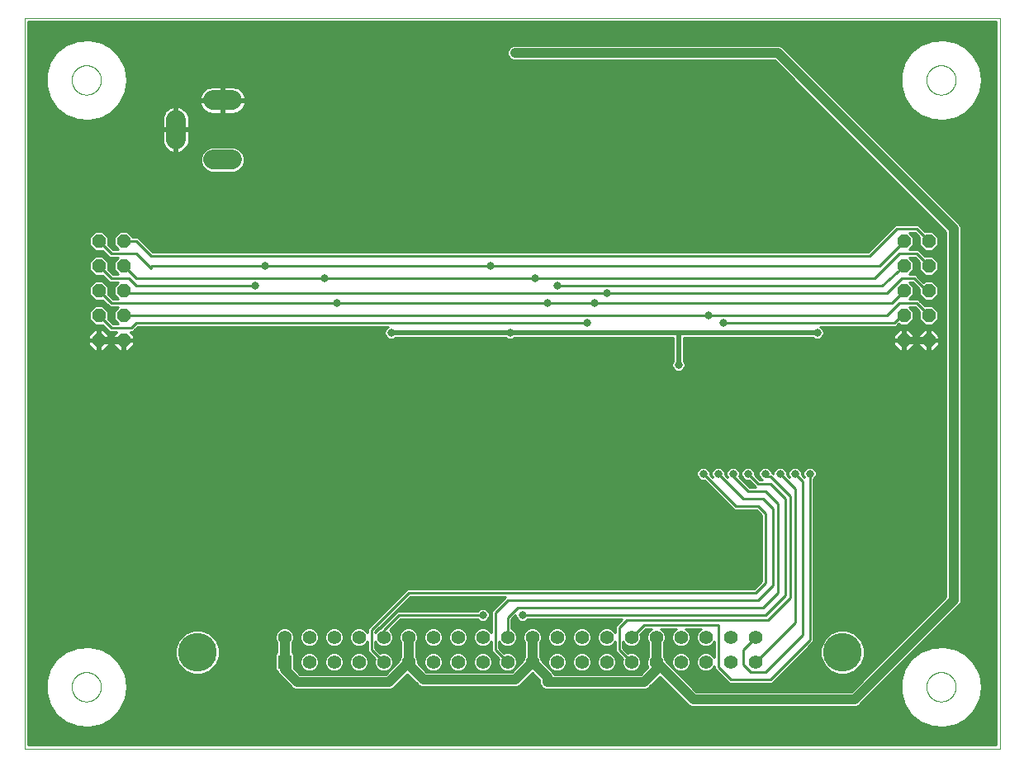
<source format=gbl>
G75*
%MOIN*%
%OFA0B0*%
%FSLAX25Y25*%
%IPPOS*%
%LPD*%
%AMOC8*
5,1,8,0,0,1.08239X$1,22.5*
%
%ADD10C,0.00000*%
%ADD11OC8,0.05600*%
%ADD12C,0.07874*%
%ADD13R,0.05500X0.05500*%
%ADD14C,0.05500*%
%ADD15C,0.15600*%
%ADD16C,0.01000*%
%ADD17C,0.03169*%
%ADD18C,0.03000*%
%ADD19C,0.02000*%
%ADD20C,0.04000*%
D10*
X0001500Y0001500D02*
X0001500Y0296461D01*
X0395201Y0296461D01*
X0395201Y0001500D01*
X0001500Y0001500D01*
X0020594Y0026500D02*
X0020596Y0026653D01*
X0020602Y0026807D01*
X0020612Y0026960D01*
X0020626Y0027112D01*
X0020644Y0027265D01*
X0020666Y0027416D01*
X0020691Y0027567D01*
X0020721Y0027718D01*
X0020755Y0027868D01*
X0020792Y0028016D01*
X0020833Y0028164D01*
X0020878Y0028310D01*
X0020927Y0028456D01*
X0020980Y0028600D01*
X0021036Y0028742D01*
X0021096Y0028883D01*
X0021160Y0029023D01*
X0021227Y0029161D01*
X0021298Y0029297D01*
X0021373Y0029431D01*
X0021450Y0029563D01*
X0021532Y0029693D01*
X0021616Y0029821D01*
X0021704Y0029947D01*
X0021795Y0030070D01*
X0021889Y0030191D01*
X0021987Y0030309D01*
X0022087Y0030425D01*
X0022191Y0030538D01*
X0022297Y0030649D01*
X0022406Y0030757D01*
X0022518Y0030862D01*
X0022632Y0030963D01*
X0022750Y0031062D01*
X0022869Y0031158D01*
X0022991Y0031251D01*
X0023116Y0031340D01*
X0023243Y0031427D01*
X0023372Y0031509D01*
X0023503Y0031589D01*
X0023636Y0031665D01*
X0023771Y0031738D01*
X0023908Y0031807D01*
X0024047Y0031872D01*
X0024187Y0031934D01*
X0024329Y0031992D01*
X0024472Y0032047D01*
X0024617Y0032098D01*
X0024763Y0032145D01*
X0024910Y0032188D01*
X0025058Y0032227D01*
X0025207Y0032263D01*
X0025357Y0032294D01*
X0025508Y0032322D01*
X0025659Y0032346D01*
X0025812Y0032366D01*
X0025964Y0032382D01*
X0026117Y0032394D01*
X0026270Y0032402D01*
X0026423Y0032406D01*
X0026577Y0032406D01*
X0026730Y0032402D01*
X0026883Y0032394D01*
X0027036Y0032382D01*
X0027188Y0032366D01*
X0027341Y0032346D01*
X0027492Y0032322D01*
X0027643Y0032294D01*
X0027793Y0032263D01*
X0027942Y0032227D01*
X0028090Y0032188D01*
X0028237Y0032145D01*
X0028383Y0032098D01*
X0028528Y0032047D01*
X0028671Y0031992D01*
X0028813Y0031934D01*
X0028953Y0031872D01*
X0029092Y0031807D01*
X0029229Y0031738D01*
X0029364Y0031665D01*
X0029497Y0031589D01*
X0029628Y0031509D01*
X0029757Y0031427D01*
X0029884Y0031340D01*
X0030009Y0031251D01*
X0030131Y0031158D01*
X0030250Y0031062D01*
X0030368Y0030963D01*
X0030482Y0030862D01*
X0030594Y0030757D01*
X0030703Y0030649D01*
X0030809Y0030538D01*
X0030913Y0030425D01*
X0031013Y0030309D01*
X0031111Y0030191D01*
X0031205Y0030070D01*
X0031296Y0029947D01*
X0031384Y0029821D01*
X0031468Y0029693D01*
X0031550Y0029563D01*
X0031627Y0029431D01*
X0031702Y0029297D01*
X0031773Y0029161D01*
X0031840Y0029023D01*
X0031904Y0028883D01*
X0031964Y0028742D01*
X0032020Y0028600D01*
X0032073Y0028456D01*
X0032122Y0028310D01*
X0032167Y0028164D01*
X0032208Y0028016D01*
X0032245Y0027868D01*
X0032279Y0027718D01*
X0032309Y0027567D01*
X0032334Y0027416D01*
X0032356Y0027265D01*
X0032374Y0027112D01*
X0032388Y0026960D01*
X0032398Y0026807D01*
X0032404Y0026653D01*
X0032406Y0026500D01*
X0032404Y0026347D01*
X0032398Y0026193D01*
X0032388Y0026040D01*
X0032374Y0025888D01*
X0032356Y0025735D01*
X0032334Y0025584D01*
X0032309Y0025433D01*
X0032279Y0025282D01*
X0032245Y0025132D01*
X0032208Y0024984D01*
X0032167Y0024836D01*
X0032122Y0024690D01*
X0032073Y0024544D01*
X0032020Y0024400D01*
X0031964Y0024258D01*
X0031904Y0024117D01*
X0031840Y0023977D01*
X0031773Y0023839D01*
X0031702Y0023703D01*
X0031627Y0023569D01*
X0031550Y0023437D01*
X0031468Y0023307D01*
X0031384Y0023179D01*
X0031296Y0023053D01*
X0031205Y0022930D01*
X0031111Y0022809D01*
X0031013Y0022691D01*
X0030913Y0022575D01*
X0030809Y0022462D01*
X0030703Y0022351D01*
X0030594Y0022243D01*
X0030482Y0022138D01*
X0030368Y0022037D01*
X0030250Y0021938D01*
X0030131Y0021842D01*
X0030009Y0021749D01*
X0029884Y0021660D01*
X0029757Y0021573D01*
X0029628Y0021491D01*
X0029497Y0021411D01*
X0029364Y0021335D01*
X0029229Y0021262D01*
X0029092Y0021193D01*
X0028953Y0021128D01*
X0028813Y0021066D01*
X0028671Y0021008D01*
X0028528Y0020953D01*
X0028383Y0020902D01*
X0028237Y0020855D01*
X0028090Y0020812D01*
X0027942Y0020773D01*
X0027793Y0020737D01*
X0027643Y0020706D01*
X0027492Y0020678D01*
X0027341Y0020654D01*
X0027188Y0020634D01*
X0027036Y0020618D01*
X0026883Y0020606D01*
X0026730Y0020598D01*
X0026577Y0020594D01*
X0026423Y0020594D01*
X0026270Y0020598D01*
X0026117Y0020606D01*
X0025964Y0020618D01*
X0025812Y0020634D01*
X0025659Y0020654D01*
X0025508Y0020678D01*
X0025357Y0020706D01*
X0025207Y0020737D01*
X0025058Y0020773D01*
X0024910Y0020812D01*
X0024763Y0020855D01*
X0024617Y0020902D01*
X0024472Y0020953D01*
X0024329Y0021008D01*
X0024187Y0021066D01*
X0024047Y0021128D01*
X0023908Y0021193D01*
X0023771Y0021262D01*
X0023636Y0021335D01*
X0023503Y0021411D01*
X0023372Y0021491D01*
X0023243Y0021573D01*
X0023116Y0021660D01*
X0022991Y0021749D01*
X0022869Y0021842D01*
X0022750Y0021938D01*
X0022632Y0022037D01*
X0022518Y0022138D01*
X0022406Y0022243D01*
X0022297Y0022351D01*
X0022191Y0022462D01*
X0022087Y0022575D01*
X0021987Y0022691D01*
X0021889Y0022809D01*
X0021795Y0022930D01*
X0021704Y0023053D01*
X0021616Y0023179D01*
X0021532Y0023307D01*
X0021450Y0023437D01*
X0021373Y0023569D01*
X0021298Y0023703D01*
X0021227Y0023839D01*
X0021160Y0023977D01*
X0021096Y0024117D01*
X0021036Y0024258D01*
X0020980Y0024400D01*
X0020927Y0024544D01*
X0020878Y0024690D01*
X0020833Y0024836D01*
X0020792Y0024984D01*
X0020755Y0025132D01*
X0020721Y0025282D01*
X0020691Y0025433D01*
X0020666Y0025584D01*
X0020644Y0025735D01*
X0020626Y0025888D01*
X0020612Y0026040D01*
X0020602Y0026193D01*
X0020596Y0026347D01*
X0020594Y0026500D01*
X0020594Y0271500D02*
X0020596Y0271653D01*
X0020602Y0271807D01*
X0020612Y0271960D01*
X0020626Y0272112D01*
X0020644Y0272265D01*
X0020666Y0272416D01*
X0020691Y0272567D01*
X0020721Y0272718D01*
X0020755Y0272868D01*
X0020792Y0273016D01*
X0020833Y0273164D01*
X0020878Y0273310D01*
X0020927Y0273456D01*
X0020980Y0273600D01*
X0021036Y0273742D01*
X0021096Y0273883D01*
X0021160Y0274023D01*
X0021227Y0274161D01*
X0021298Y0274297D01*
X0021373Y0274431D01*
X0021450Y0274563D01*
X0021532Y0274693D01*
X0021616Y0274821D01*
X0021704Y0274947D01*
X0021795Y0275070D01*
X0021889Y0275191D01*
X0021987Y0275309D01*
X0022087Y0275425D01*
X0022191Y0275538D01*
X0022297Y0275649D01*
X0022406Y0275757D01*
X0022518Y0275862D01*
X0022632Y0275963D01*
X0022750Y0276062D01*
X0022869Y0276158D01*
X0022991Y0276251D01*
X0023116Y0276340D01*
X0023243Y0276427D01*
X0023372Y0276509D01*
X0023503Y0276589D01*
X0023636Y0276665D01*
X0023771Y0276738D01*
X0023908Y0276807D01*
X0024047Y0276872D01*
X0024187Y0276934D01*
X0024329Y0276992D01*
X0024472Y0277047D01*
X0024617Y0277098D01*
X0024763Y0277145D01*
X0024910Y0277188D01*
X0025058Y0277227D01*
X0025207Y0277263D01*
X0025357Y0277294D01*
X0025508Y0277322D01*
X0025659Y0277346D01*
X0025812Y0277366D01*
X0025964Y0277382D01*
X0026117Y0277394D01*
X0026270Y0277402D01*
X0026423Y0277406D01*
X0026577Y0277406D01*
X0026730Y0277402D01*
X0026883Y0277394D01*
X0027036Y0277382D01*
X0027188Y0277366D01*
X0027341Y0277346D01*
X0027492Y0277322D01*
X0027643Y0277294D01*
X0027793Y0277263D01*
X0027942Y0277227D01*
X0028090Y0277188D01*
X0028237Y0277145D01*
X0028383Y0277098D01*
X0028528Y0277047D01*
X0028671Y0276992D01*
X0028813Y0276934D01*
X0028953Y0276872D01*
X0029092Y0276807D01*
X0029229Y0276738D01*
X0029364Y0276665D01*
X0029497Y0276589D01*
X0029628Y0276509D01*
X0029757Y0276427D01*
X0029884Y0276340D01*
X0030009Y0276251D01*
X0030131Y0276158D01*
X0030250Y0276062D01*
X0030368Y0275963D01*
X0030482Y0275862D01*
X0030594Y0275757D01*
X0030703Y0275649D01*
X0030809Y0275538D01*
X0030913Y0275425D01*
X0031013Y0275309D01*
X0031111Y0275191D01*
X0031205Y0275070D01*
X0031296Y0274947D01*
X0031384Y0274821D01*
X0031468Y0274693D01*
X0031550Y0274563D01*
X0031627Y0274431D01*
X0031702Y0274297D01*
X0031773Y0274161D01*
X0031840Y0274023D01*
X0031904Y0273883D01*
X0031964Y0273742D01*
X0032020Y0273600D01*
X0032073Y0273456D01*
X0032122Y0273310D01*
X0032167Y0273164D01*
X0032208Y0273016D01*
X0032245Y0272868D01*
X0032279Y0272718D01*
X0032309Y0272567D01*
X0032334Y0272416D01*
X0032356Y0272265D01*
X0032374Y0272112D01*
X0032388Y0271960D01*
X0032398Y0271807D01*
X0032404Y0271653D01*
X0032406Y0271500D01*
X0032404Y0271347D01*
X0032398Y0271193D01*
X0032388Y0271040D01*
X0032374Y0270888D01*
X0032356Y0270735D01*
X0032334Y0270584D01*
X0032309Y0270433D01*
X0032279Y0270282D01*
X0032245Y0270132D01*
X0032208Y0269984D01*
X0032167Y0269836D01*
X0032122Y0269690D01*
X0032073Y0269544D01*
X0032020Y0269400D01*
X0031964Y0269258D01*
X0031904Y0269117D01*
X0031840Y0268977D01*
X0031773Y0268839D01*
X0031702Y0268703D01*
X0031627Y0268569D01*
X0031550Y0268437D01*
X0031468Y0268307D01*
X0031384Y0268179D01*
X0031296Y0268053D01*
X0031205Y0267930D01*
X0031111Y0267809D01*
X0031013Y0267691D01*
X0030913Y0267575D01*
X0030809Y0267462D01*
X0030703Y0267351D01*
X0030594Y0267243D01*
X0030482Y0267138D01*
X0030368Y0267037D01*
X0030250Y0266938D01*
X0030131Y0266842D01*
X0030009Y0266749D01*
X0029884Y0266660D01*
X0029757Y0266573D01*
X0029628Y0266491D01*
X0029497Y0266411D01*
X0029364Y0266335D01*
X0029229Y0266262D01*
X0029092Y0266193D01*
X0028953Y0266128D01*
X0028813Y0266066D01*
X0028671Y0266008D01*
X0028528Y0265953D01*
X0028383Y0265902D01*
X0028237Y0265855D01*
X0028090Y0265812D01*
X0027942Y0265773D01*
X0027793Y0265737D01*
X0027643Y0265706D01*
X0027492Y0265678D01*
X0027341Y0265654D01*
X0027188Y0265634D01*
X0027036Y0265618D01*
X0026883Y0265606D01*
X0026730Y0265598D01*
X0026577Y0265594D01*
X0026423Y0265594D01*
X0026270Y0265598D01*
X0026117Y0265606D01*
X0025964Y0265618D01*
X0025812Y0265634D01*
X0025659Y0265654D01*
X0025508Y0265678D01*
X0025357Y0265706D01*
X0025207Y0265737D01*
X0025058Y0265773D01*
X0024910Y0265812D01*
X0024763Y0265855D01*
X0024617Y0265902D01*
X0024472Y0265953D01*
X0024329Y0266008D01*
X0024187Y0266066D01*
X0024047Y0266128D01*
X0023908Y0266193D01*
X0023771Y0266262D01*
X0023636Y0266335D01*
X0023503Y0266411D01*
X0023372Y0266491D01*
X0023243Y0266573D01*
X0023116Y0266660D01*
X0022991Y0266749D01*
X0022869Y0266842D01*
X0022750Y0266938D01*
X0022632Y0267037D01*
X0022518Y0267138D01*
X0022406Y0267243D01*
X0022297Y0267351D01*
X0022191Y0267462D01*
X0022087Y0267575D01*
X0021987Y0267691D01*
X0021889Y0267809D01*
X0021795Y0267930D01*
X0021704Y0268053D01*
X0021616Y0268179D01*
X0021532Y0268307D01*
X0021450Y0268437D01*
X0021373Y0268569D01*
X0021298Y0268703D01*
X0021227Y0268839D01*
X0021160Y0268977D01*
X0021096Y0269117D01*
X0021036Y0269258D01*
X0020980Y0269400D01*
X0020927Y0269544D01*
X0020878Y0269690D01*
X0020833Y0269836D01*
X0020792Y0269984D01*
X0020755Y0270132D01*
X0020721Y0270282D01*
X0020691Y0270433D01*
X0020666Y0270584D01*
X0020644Y0270735D01*
X0020626Y0270888D01*
X0020612Y0271040D01*
X0020602Y0271193D01*
X0020596Y0271347D01*
X0020594Y0271500D01*
X0365594Y0271500D02*
X0365596Y0271653D01*
X0365602Y0271807D01*
X0365612Y0271960D01*
X0365626Y0272112D01*
X0365644Y0272265D01*
X0365666Y0272416D01*
X0365691Y0272567D01*
X0365721Y0272718D01*
X0365755Y0272868D01*
X0365792Y0273016D01*
X0365833Y0273164D01*
X0365878Y0273310D01*
X0365927Y0273456D01*
X0365980Y0273600D01*
X0366036Y0273742D01*
X0366096Y0273883D01*
X0366160Y0274023D01*
X0366227Y0274161D01*
X0366298Y0274297D01*
X0366373Y0274431D01*
X0366450Y0274563D01*
X0366532Y0274693D01*
X0366616Y0274821D01*
X0366704Y0274947D01*
X0366795Y0275070D01*
X0366889Y0275191D01*
X0366987Y0275309D01*
X0367087Y0275425D01*
X0367191Y0275538D01*
X0367297Y0275649D01*
X0367406Y0275757D01*
X0367518Y0275862D01*
X0367632Y0275963D01*
X0367750Y0276062D01*
X0367869Y0276158D01*
X0367991Y0276251D01*
X0368116Y0276340D01*
X0368243Y0276427D01*
X0368372Y0276509D01*
X0368503Y0276589D01*
X0368636Y0276665D01*
X0368771Y0276738D01*
X0368908Y0276807D01*
X0369047Y0276872D01*
X0369187Y0276934D01*
X0369329Y0276992D01*
X0369472Y0277047D01*
X0369617Y0277098D01*
X0369763Y0277145D01*
X0369910Y0277188D01*
X0370058Y0277227D01*
X0370207Y0277263D01*
X0370357Y0277294D01*
X0370508Y0277322D01*
X0370659Y0277346D01*
X0370812Y0277366D01*
X0370964Y0277382D01*
X0371117Y0277394D01*
X0371270Y0277402D01*
X0371423Y0277406D01*
X0371577Y0277406D01*
X0371730Y0277402D01*
X0371883Y0277394D01*
X0372036Y0277382D01*
X0372188Y0277366D01*
X0372341Y0277346D01*
X0372492Y0277322D01*
X0372643Y0277294D01*
X0372793Y0277263D01*
X0372942Y0277227D01*
X0373090Y0277188D01*
X0373237Y0277145D01*
X0373383Y0277098D01*
X0373528Y0277047D01*
X0373671Y0276992D01*
X0373813Y0276934D01*
X0373953Y0276872D01*
X0374092Y0276807D01*
X0374229Y0276738D01*
X0374364Y0276665D01*
X0374497Y0276589D01*
X0374628Y0276509D01*
X0374757Y0276427D01*
X0374884Y0276340D01*
X0375009Y0276251D01*
X0375131Y0276158D01*
X0375250Y0276062D01*
X0375368Y0275963D01*
X0375482Y0275862D01*
X0375594Y0275757D01*
X0375703Y0275649D01*
X0375809Y0275538D01*
X0375913Y0275425D01*
X0376013Y0275309D01*
X0376111Y0275191D01*
X0376205Y0275070D01*
X0376296Y0274947D01*
X0376384Y0274821D01*
X0376468Y0274693D01*
X0376550Y0274563D01*
X0376627Y0274431D01*
X0376702Y0274297D01*
X0376773Y0274161D01*
X0376840Y0274023D01*
X0376904Y0273883D01*
X0376964Y0273742D01*
X0377020Y0273600D01*
X0377073Y0273456D01*
X0377122Y0273310D01*
X0377167Y0273164D01*
X0377208Y0273016D01*
X0377245Y0272868D01*
X0377279Y0272718D01*
X0377309Y0272567D01*
X0377334Y0272416D01*
X0377356Y0272265D01*
X0377374Y0272112D01*
X0377388Y0271960D01*
X0377398Y0271807D01*
X0377404Y0271653D01*
X0377406Y0271500D01*
X0377404Y0271347D01*
X0377398Y0271193D01*
X0377388Y0271040D01*
X0377374Y0270888D01*
X0377356Y0270735D01*
X0377334Y0270584D01*
X0377309Y0270433D01*
X0377279Y0270282D01*
X0377245Y0270132D01*
X0377208Y0269984D01*
X0377167Y0269836D01*
X0377122Y0269690D01*
X0377073Y0269544D01*
X0377020Y0269400D01*
X0376964Y0269258D01*
X0376904Y0269117D01*
X0376840Y0268977D01*
X0376773Y0268839D01*
X0376702Y0268703D01*
X0376627Y0268569D01*
X0376550Y0268437D01*
X0376468Y0268307D01*
X0376384Y0268179D01*
X0376296Y0268053D01*
X0376205Y0267930D01*
X0376111Y0267809D01*
X0376013Y0267691D01*
X0375913Y0267575D01*
X0375809Y0267462D01*
X0375703Y0267351D01*
X0375594Y0267243D01*
X0375482Y0267138D01*
X0375368Y0267037D01*
X0375250Y0266938D01*
X0375131Y0266842D01*
X0375009Y0266749D01*
X0374884Y0266660D01*
X0374757Y0266573D01*
X0374628Y0266491D01*
X0374497Y0266411D01*
X0374364Y0266335D01*
X0374229Y0266262D01*
X0374092Y0266193D01*
X0373953Y0266128D01*
X0373813Y0266066D01*
X0373671Y0266008D01*
X0373528Y0265953D01*
X0373383Y0265902D01*
X0373237Y0265855D01*
X0373090Y0265812D01*
X0372942Y0265773D01*
X0372793Y0265737D01*
X0372643Y0265706D01*
X0372492Y0265678D01*
X0372341Y0265654D01*
X0372188Y0265634D01*
X0372036Y0265618D01*
X0371883Y0265606D01*
X0371730Y0265598D01*
X0371577Y0265594D01*
X0371423Y0265594D01*
X0371270Y0265598D01*
X0371117Y0265606D01*
X0370964Y0265618D01*
X0370812Y0265634D01*
X0370659Y0265654D01*
X0370508Y0265678D01*
X0370357Y0265706D01*
X0370207Y0265737D01*
X0370058Y0265773D01*
X0369910Y0265812D01*
X0369763Y0265855D01*
X0369617Y0265902D01*
X0369472Y0265953D01*
X0369329Y0266008D01*
X0369187Y0266066D01*
X0369047Y0266128D01*
X0368908Y0266193D01*
X0368771Y0266262D01*
X0368636Y0266335D01*
X0368503Y0266411D01*
X0368372Y0266491D01*
X0368243Y0266573D01*
X0368116Y0266660D01*
X0367991Y0266749D01*
X0367869Y0266842D01*
X0367750Y0266938D01*
X0367632Y0267037D01*
X0367518Y0267138D01*
X0367406Y0267243D01*
X0367297Y0267351D01*
X0367191Y0267462D01*
X0367087Y0267575D01*
X0366987Y0267691D01*
X0366889Y0267809D01*
X0366795Y0267930D01*
X0366704Y0268053D01*
X0366616Y0268179D01*
X0366532Y0268307D01*
X0366450Y0268437D01*
X0366373Y0268569D01*
X0366298Y0268703D01*
X0366227Y0268839D01*
X0366160Y0268977D01*
X0366096Y0269117D01*
X0366036Y0269258D01*
X0365980Y0269400D01*
X0365927Y0269544D01*
X0365878Y0269690D01*
X0365833Y0269836D01*
X0365792Y0269984D01*
X0365755Y0270132D01*
X0365721Y0270282D01*
X0365691Y0270433D01*
X0365666Y0270584D01*
X0365644Y0270735D01*
X0365626Y0270888D01*
X0365612Y0271040D01*
X0365602Y0271193D01*
X0365596Y0271347D01*
X0365594Y0271500D01*
X0365594Y0026500D02*
X0365596Y0026653D01*
X0365602Y0026807D01*
X0365612Y0026960D01*
X0365626Y0027112D01*
X0365644Y0027265D01*
X0365666Y0027416D01*
X0365691Y0027567D01*
X0365721Y0027718D01*
X0365755Y0027868D01*
X0365792Y0028016D01*
X0365833Y0028164D01*
X0365878Y0028310D01*
X0365927Y0028456D01*
X0365980Y0028600D01*
X0366036Y0028742D01*
X0366096Y0028883D01*
X0366160Y0029023D01*
X0366227Y0029161D01*
X0366298Y0029297D01*
X0366373Y0029431D01*
X0366450Y0029563D01*
X0366532Y0029693D01*
X0366616Y0029821D01*
X0366704Y0029947D01*
X0366795Y0030070D01*
X0366889Y0030191D01*
X0366987Y0030309D01*
X0367087Y0030425D01*
X0367191Y0030538D01*
X0367297Y0030649D01*
X0367406Y0030757D01*
X0367518Y0030862D01*
X0367632Y0030963D01*
X0367750Y0031062D01*
X0367869Y0031158D01*
X0367991Y0031251D01*
X0368116Y0031340D01*
X0368243Y0031427D01*
X0368372Y0031509D01*
X0368503Y0031589D01*
X0368636Y0031665D01*
X0368771Y0031738D01*
X0368908Y0031807D01*
X0369047Y0031872D01*
X0369187Y0031934D01*
X0369329Y0031992D01*
X0369472Y0032047D01*
X0369617Y0032098D01*
X0369763Y0032145D01*
X0369910Y0032188D01*
X0370058Y0032227D01*
X0370207Y0032263D01*
X0370357Y0032294D01*
X0370508Y0032322D01*
X0370659Y0032346D01*
X0370812Y0032366D01*
X0370964Y0032382D01*
X0371117Y0032394D01*
X0371270Y0032402D01*
X0371423Y0032406D01*
X0371577Y0032406D01*
X0371730Y0032402D01*
X0371883Y0032394D01*
X0372036Y0032382D01*
X0372188Y0032366D01*
X0372341Y0032346D01*
X0372492Y0032322D01*
X0372643Y0032294D01*
X0372793Y0032263D01*
X0372942Y0032227D01*
X0373090Y0032188D01*
X0373237Y0032145D01*
X0373383Y0032098D01*
X0373528Y0032047D01*
X0373671Y0031992D01*
X0373813Y0031934D01*
X0373953Y0031872D01*
X0374092Y0031807D01*
X0374229Y0031738D01*
X0374364Y0031665D01*
X0374497Y0031589D01*
X0374628Y0031509D01*
X0374757Y0031427D01*
X0374884Y0031340D01*
X0375009Y0031251D01*
X0375131Y0031158D01*
X0375250Y0031062D01*
X0375368Y0030963D01*
X0375482Y0030862D01*
X0375594Y0030757D01*
X0375703Y0030649D01*
X0375809Y0030538D01*
X0375913Y0030425D01*
X0376013Y0030309D01*
X0376111Y0030191D01*
X0376205Y0030070D01*
X0376296Y0029947D01*
X0376384Y0029821D01*
X0376468Y0029693D01*
X0376550Y0029563D01*
X0376627Y0029431D01*
X0376702Y0029297D01*
X0376773Y0029161D01*
X0376840Y0029023D01*
X0376904Y0028883D01*
X0376964Y0028742D01*
X0377020Y0028600D01*
X0377073Y0028456D01*
X0377122Y0028310D01*
X0377167Y0028164D01*
X0377208Y0028016D01*
X0377245Y0027868D01*
X0377279Y0027718D01*
X0377309Y0027567D01*
X0377334Y0027416D01*
X0377356Y0027265D01*
X0377374Y0027112D01*
X0377388Y0026960D01*
X0377398Y0026807D01*
X0377404Y0026653D01*
X0377406Y0026500D01*
X0377404Y0026347D01*
X0377398Y0026193D01*
X0377388Y0026040D01*
X0377374Y0025888D01*
X0377356Y0025735D01*
X0377334Y0025584D01*
X0377309Y0025433D01*
X0377279Y0025282D01*
X0377245Y0025132D01*
X0377208Y0024984D01*
X0377167Y0024836D01*
X0377122Y0024690D01*
X0377073Y0024544D01*
X0377020Y0024400D01*
X0376964Y0024258D01*
X0376904Y0024117D01*
X0376840Y0023977D01*
X0376773Y0023839D01*
X0376702Y0023703D01*
X0376627Y0023569D01*
X0376550Y0023437D01*
X0376468Y0023307D01*
X0376384Y0023179D01*
X0376296Y0023053D01*
X0376205Y0022930D01*
X0376111Y0022809D01*
X0376013Y0022691D01*
X0375913Y0022575D01*
X0375809Y0022462D01*
X0375703Y0022351D01*
X0375594Y0022243D01*
X0375482Y0022138D01*
X0375368Y0022037D01*
X0375250Y0021938D01*
X0375131Y0021842D01*
X0375009Y0021749D01*
X0374884Y0021660D01*
X0374757Y0021573D01*
X0374628Y0021491D01*
X0374497Y0021411D01*
X0374364Y0021335D01*
X0374229Y0021262D01*
X0374092Y0021193D01*
X0373953Y0021128D01*
X0373813Y0021066D01*
X0373671Y0021008D01*
X0373528Y0020953D01*
X0373383Y0020902D01*
X0373237Y0020855D01*
X0373090Y0020812D01*
X0372942Y0020773D01*
X0372793Y0020737D01*
X0372643Y0020706D01*
X0372492Y0020678D01*
X0372341Y0020654D01*
X0372188Y0020634D01*
X0372036Y0020618D01*
X0371883Y0020606D01*
X0371730Y0020598D01*
X0371577Y0020594D01*
X0371423Y0020594D01*
X0371270Y0020598D01*
X0371117Y0020606D01*
X0370964Y0020618D01*
X0370812Y0020634D01*
X0370659Y0020654D01*
X0370508Y0020678D01*
X0370357Y0020706D01*
X0370207Y0020737D01*
X0370058Y0020773D01*
X0369910Y0020812D01*
X0369763Y0020855D01*
X0369617Y0020902D01*
X0369472Y0020953D01*
X0369329Y0021008D01*
X0369187Y0021066D01*
X0369047Y0021128D01*
X0368908Y0021193D01*
X0368771Y0021262D01*
X0368636Y0021335D01*
X0368503Y0021411D01*
X0368372Y0021491D01*
X0368243Y0021573D01*
X0368116Y0021660D01*
X0367991Y0021749D01*
X0367869Y0021842D01*
X0367750Y0021938D01*
X0367632Y0022037D01*
X0367518Y0022138D01*
X0367406Y0022243D01*
X0367297Y0022351D01*
X0367191Y0022462D01*
X0367087Y0022575D01*
X0366987Y0022691D01*
X0366889Y0022809D01*
X0366795Y0022930D01*
X0366704Y0023053D01*
X0366616Y0023179D01*
X0366532Y0023307D01*
X0366450Y0023437D01*
X0366373Y0023569D01*
X0366298Y0023703D01*
X0366227Y0023839D01*
X0366160Y0023977D01*
X0366096Y0024117D01*
X0366036Y0024258D01*
X0365980Y0024400D01*
X0365927Y0024544D01*
X0365878Y0024690D01*
X0365833Y0024836D01*
X0365792Y0024984D01*
X0365755Y0025132D01*
X0365721Y0025282D01*
X0365691Y0025433D01*
X0365666Y0025584D01*
X0365644Y0025735D01*
X0365626Y0025888D01*
X0365612Y0026040D01*
X0365602Y0026193D01*
X0365596Y0026347D01*
X0365594Y0026500D01*
D11*
X0366500Y0166500D03*
X0356500Y0166500D03*
X0356500Y0176500D03*
X0356500Y0186500D03*
X0356500Y0196500D03*
X0366500Y0196500D03*
X0366500Y0186500D03*
X0366500Y0176500D03*
X0366500Y0206500D03*
X0356500Y0206500D03*
X0041500Y0206500D03*
X0031500Y0206500D03*
X0031500Y0196500D03*
X0031500Y0186500D03*
X0031500Y0176500D03*
X0041500Y0176500D03*
X0041500Y0186500D03*
X0041500Y0196500D03*
X0041500Y0166500D03*
X0031500Y0166500D03*
D12*
X0077563Y0239295D02*
X0085437Y0239295D01*
X0062602Y0247563D02*
X0062602Y0255437D01*
X0077563Y0263311D02*
X0085437Y0263311D01*
D13*
X0106500Y0036500D03*
D14*
X0106500Y0046500D03*
X0116500Y0046500D03*
X0126500Y0046500D03*
X0126500Y0036500D03*
X0116500Y0036500D03*
X0136500Y0036500D03*
X0146500Y0036500D03*
X0146500Y0046500D03*
X0136500Y0046500D03*
X0156500Y0046500D03*
X0166500Y0046500D03*
X0166500Y0036500D03*
X0156500Y0036500D03*
X0176500Y0036500D03*
X0186500Y0036500D03*
X0186500Y0046500D03*
X0176500Y0046500D03*
X0196500Y0046500D03*
X0206500Y0046500D03*
X0206500Y0036500D03*
X0196500Y0036500D03*
X0216500Y0036500D03*
X0226500Y0036500D03*
X0226500Y0046500D03*
X0216500Y0046500D03*
X0236500Y0046500D03*
X0246500Y0046500D03*
X0246500Y0036500D03*
X0236500Y0036500D03*
X0256500Y0036500D03*
X0266500Y0036500D03*
X0266500Y0046500D03*
X0256500Y0046500D03*
X0276500Y0046500D03*
X0286500Y0046500D03*
X0286500Y0036500D03*
X0276500Y0036500D03*
X0296500Y0036500D03*
X0296500Y0046500D03*
D15*
X0331700Y0040500D03*
X0071300Y0040500D03*
D16*
X0062400Y0040442D02*
X0034983Y0040442D01*
X0033254Y0041440D02*
X0062400Y0041440D01*
X0062400Y0042270D02*
X0062400Y0038730D01*
X0063755Y0035459D01*
X0066259Y0032955D01*
X0069530Y0031600D01*
X0073070Y0031600D01*
X0076341Y0032955D01*
X0078845Y0035459D01*
X0080200Y0038730D01*
X0080200Y0042270D01*
X0078845Y0045541D01*
X0076341Y0048045D01*
X0073070Y0049400D01*
X0069530Y0049400D01*
X0066259Y0048045D01*
X0063755Y0045541D01*
X0062400Y0042270D01*
X0062470Y0042439D02*
X0029989Y0042439D01*
X0027733Y0042954D02*
X0022828Y0042586D01*
X0018250Y0040789D01*
X0014405Y0037723D01*
X0014405Y0037723D01*
X0011634Y0033659D01*
X0010184Y0028959D01*
X0010184Y0024041D01*
X0011634Y0019341D01*
X0011634Y0019341D01*
X0014405Y0015277D01*
X0018250Y0012211D01*
X0022828Y0010414D01*
X0022828Y0010414D01*
X0027733Y0010046D01*
X0032528Y0011141D01*
X0036788Y0013600D01*
X0040133Y0017205D01*
X0040133Y0017205D01*
X0042267Y0021637D01*
X0043000Y0026500D01*
X0042267Y0031363D01*
X0042267Y0031363D01*
X0040133Y0035795D01*
X0036788Y0039400D01*
X0032528Y0041859D01*
X0027733Y0042954D01*
X0027733Y0042954D01*
X0022828Y0042586D02*
X0022828Y0042586D01*
X0022453Y0042439D02*
X0003000Y0042439D01*
X0003000Y0043437D02*
X0062883Y0043437D01*
X0063297Y0044436D02*
X0003000Y0044436D01*
X0003000Y0045434D02*
X0063711Y0045434D01*
X0064647Y0046433D02*
X0003000Y0046433D01*
X0003000Y0047432D02*
X0065645Y0047432D01*
X0067188Y0048430D02*
X0003000Y0048430D01*
X0003000Y0049429D02*
X0103984Y0049429D01*
X0104319Y0049764D02*
X0103236Y0048681D01*
X0102650Y0047266D01*
X0102650Y0045734D01*
X0103236Y0044319D01*
X0103400Y0044155D01*
X0103400Y0040350D01*
X0103294Y0040350D01*
X0102650Y0039706D01*
X0102650Y0033294D01*
X0103294Y0032650D01*
X0103497Y0032650D01*
X0103872Y0031744D01*
X0108872Y0026744D01*
X0109744Y0025872D01*
X0110883Y0025400D01*
X0149117Y0025400D01*
X0150256Y0025872D01*
X0156000Y0031616D01*
X0159872Y0027744D01*
X0160744Y0026872D01*
X0161883Y0026400D01*
X0200117Y0026400D01*
X0201256Y0026872D01*
X0206500Y0032116D01*
X0209400Y0029216D01*
X0209400Y0027883D01*
X0209872Y0026744D01*
X0210744Y0025872D01*
X0211883Y0025400D01*
X0252117Y0025400D01*
X0253256Y0025872D01*
X0254128Y0026744D01*
X0258000Y0030616D01*
X0269744Y0018872D01*
X0270883Y0018400D01*
X0337117Y0018400D01*
X0338256Y0018872D01*
X0339128Y0019744D01*
X0379128Y0059744D01*
X0379600Y0060883D01*
X0379600Y0212117D01*
X0379128Y0213256D01*
X0378256Y0214128D01*
X0307256Y0285128D01*
X0306117Y0285600D01*
X0304883Y0285600D01*
X0198883Y0285600D01*
X0197744Y0285128D01*
X0196872Y0284256D01*
X0196400Y0283117D01*
X0196400Y0281883D01*
X0196872Y0280744D01*
X0197744Y0279872D01*
X0198883Y0279400D01*
X0304216Y0279400D01*
X0373400Y0210216D01*
X0373400Y0062784D01*
X0335216Y0024600D01*
X0272784Y0024600D01*
X0260350Y0037034D01*
X0260350Y0037266D01*
X0259764Y0038681D01*
X0259600Y0038845D01*
X0259600Y0044155D01*
X0259764Y0044319D01*
X0260350Y0045734D01*
X0260350Y0047266D01*
X0259764Y0048681D01*
X0258681Y0049764D01*
X0258352Y0049900D01*
X0264648Y0049900D01*
X0264319Y0049764D01*
X0263236Y0048681D01*
X0262650Y0047266D01*
X0262650Y0045734D01*
X0263236Y0044319D01*
X0264319Y0043236D01*
X0265734Y0042650D01*
X0267266Y0042650D01*
X0268681Y0043236D01*
X0269764Y0044319D01*
X0270350Y0045734D01*
X0270350Y0047266D01*
X0269764Y0048681D01*
X0268681Y0049764D01*
X0268352Y0049900D01*
X0274648Y0049900D01*
X0274319Y0049764D01*
X0273236Y0048681D01*
X0272650Y0047266D01*
X0272650Y0045734D01*
X0273236Y0044319D01*
X0274319Y0043236D01*
X0275734Y0042650D01*
X0277266Y0042650D01*
X0278681Y0043236D01*
X0279764Y0044319D01*
X0279900Y0044648D01*
X0279900Y0038352D01*
X0279764Y0038681D01*
X0278681Y0039764D01*
X0277266Y0040350D01*
X0275734Y0040350D01*
X0274319Y0039764D01*
X0273236Y0038681D01*
X0272650Y0037266D01*
X0272650Y0035734D01*
X0273236Y0034319D01*
X0274319Y0033236D01*
X0275734Y0032650D01*
X0277266Y0032650D01*
X0278681Y0033236D01*
X0279764Y0034319D01*
X0279900Y0034648D01*
X0279900Y0033837D01*
X0280837Y0032900D01*
X0280837Y0032900D01*
X0285837Y0027900D01*
X0303163Y0027900D01*
X0320100Y0044837D01*
X0320100Y0110304D01*
X0320776Y0110979D01*
X0321184Y0111966D01*
X0321184Y0113034D01*
X0320776Y0114020D01*
X0320020Y0114776D01*
X0319034Y0115184D01*
X0317966Y0115184D01*
X0316979Y0114776D01*
X0316224Y0114020D01*
X0315816Y0113034D01*
X0315816Y0111966D01*
X0316183Y0111080D01*
X0316163Y0111100D01*
X0315184Y0112078D01*
X0315184Y0113034D01*
X0314776Y0114020D01*
X0314020Y0114776D01*
X0313034Y0115184D01*
X0311966Y0115184D01*
X0310979Y0114776D01*
X0310224Y0114020D01*
X0309816Y0113034D01*
X0309816Y0111966D01*
X0310183Y0111080D01*
X0309184Y0112078D01*
X0309184Y0113034D01*
X0308776Y0114020D01*
X0308020Y0114776D01*
X0307034Y0115184D01*
X0305966Y0115184D01*
X0304979Y0114776D01*
X0304224Y0114020D01*
X0303816Y0113034D01*
X0303816Y0112447D01*
X0303163Y0113100D01*
X0303157Y0113100D01*
X0302776Y0114020D01*
X0302020Y0114776D01*
X0301034Y0115184D01*
X0299966Y0115184D01*
X0298979Y0114776D01*
X0298224Y0114020D01*
X0297816Y0113034D01*
X0297816Y0111966D01*
X0298224Y0110979D01*
X0298979Y0110224D01*
X0299280Y0110100D01*
X0298163Y0110100D01*
X0296184Y0112078D01*
X0296184Y0113034D01*
X0295776Y0114020D01*
X0295020Y0114776D01*
X0294034Y0115184D01*
X0292966Y0115184D01*
X0291979Y0114776D01*
X0291224Y0114020D01*
X0290816Y0113034D01*
X0290816Y0111966D01*
X0291224Y0110979D01*
X0291979Y0110224D01*
X0292966Y0109816D01*
X0293922Y0109816D01*
X0295900Y0107837D01*
X0296637Y0107100D01*
X0294163Y0107100D01*
X0289924Y0111338D01*
X0290184Y0111966D01*
X0290184Y0113034D01*
X0289776Y0114020D01*
X0289020Y0114776D01*
X0288034Y0115184D01*
X0286966Y0115184D01*
X0285979Y0114776D01*
X0285224Y0114020D01*
X0284816Y0113034D01*
X0284816Y0111966D01*
X0285183Y0111080D01*
X0284184Y0112078D01*
X0284184Y0113034D01*
X0283776Y0114020D01*
X0283020Y0114776D01*
X0282034Y0115184D01*
X0280966Y0115184D01*
X0279979Y0114776D01*
X0279224Y0114020D01*
X0278816Y0113034D01*
X0278816Y0111966D01*
X0279183Y0111080D01*
X0278184Y0112078D01*
X0278184Y0113034D01*
X0277776Y0114020D01*
X0277020Y0114776D01*
X0276034Y0115184D01*
X0274966Y0115184D01*
X0273979Y0114776D01*
X0273224Y0114020D01*
X0272816Y0113034D01*
X0272816Y0111966D01*
X0273224Y0110979D01*
X0273979Y0110224D01*
X0274966Y0109816D01*
X0275922Y0109816D01*
X0286900Y0098837D01*
X0287837Y0097900D01*
X0296837Y0097900D01*
X0298900Y0095837D01*
X0298900Y0069163D01*
X0295837Y0066100D01*
X0155837Y0066100D01*
X0139900Y0050163D01*
X0139900Y0048352D01*
X0139764Y0048681D01*
X0138681Y0049764D01*
X0137266Y0050350D01*
X0135734Y0050350D01*
X0134319Y0049764D01*
X0133236Y0048681D01*
X0132650Y0047266D01*
X0132650Y0045734D01*
X0133236Y0044319D01*
X0134319Y0043236D01*
X0135734Y0042650D01*
X0137266Y0042650D01*
X0138681Y0043236D01*
X0139764Y0044319D01*
X0139900Y0044648D01*
X0139900Y0040837D01*
X0142891Y0037847D01*
X0142650Y0037266D01*
X0142650Y0035734D01*
X0143236Y0034319D01*
X0144319Y0033236D01*
X0145734Y0032650D01*
X0147266Y0032650D01*
X0148681Y0033236D01*
X0149764Y0034319D01*
X0150350Y0035734D01*
X0150350Y0037266D01*
X0149764Y0038681D01*
X0148681Y0039764D01*
X0147266Y0040350D01*
X0145734Y0040350D01*
X0145153Y0040109D01*
X0143100Y0042163D01*
X0143100Y0044648D01*
X0143236Y0044319D01*
X0144319Y0043236D01*
X0145734Y0042650D01*
X0147266Y0042650D01*
X0148681Y0043236D01*
X0149764Y0044319D01*
X0150350Y0045734D01*
X0150350Y0047266D01*
X0149764Y0048681D01*
X0148854Y0049591D01*
X0153163Y0053900D01*
X0184304Y0053900D01*
X0184979Y0053224D01*
X0185966Y0052816D01*
X0187034Y0052816D01*
X0188020Y0053224D01*
X0188776Y0053979D01*
X0189184Y0054966D01*
X0189184Y0056034D01*
X0188776Y0057020D01*
X0188020Y0057776D01*
X0187034Y0058184D01*
X0185966Y0058184D01*
X0184979Y0057776D01*
X0184304Y0057100D01*
X0151837Y0057100D01*
X0150900Y0056163D01*
X0150900Y0056163D01*
X0144900Y0050163D01*
X0144900Y0050004D01*
X0144319Y0049764D01*
X0143236Y0048681D01*
X0143100Y0048352D01*
X0143100Y0048837D01*
X0157163Y0062900D01*
X0195637Y0062900D01*
X0190837Y0058100D01*
X0189900Y0057163D01*
X0189900Y0048352D01*
X0189764Y0048681D01*
X0188681Y0049764D01*
X0187266Y0050350D01*
X0185734Y0050350D01*
X0184319Y0049764D01*
X0183236Y0048681D01*
X0182650Y0047266D01*
X0182650Y0045734D01*
X0183236Y0044319D01*
X0184319Y0043236D01*
X0185734Y0042650D01*
X0187266Y0042650D01*
X0188681Y0043236D01*
X0189764Y0044319D01*
X0189900Y0044648D01*
X0189900Y0040837D01*
X0190837Y0039900D01*
X0190837Y0039900D01*
X0192891Y0037847D01*
X0192650Y0037266D01*
X0192650Y0035734D01*
X0193236Y0034319D01*
X0194319Y0033236D01*
X0195734Y0032650D01*
X0197266Y0032650D01*
X0198681Y0033236D01*
X0199764Y0034319D01*
X0200350Y0035734D01*
X0200350Y0037266D01*
X0199764Y0038681D01*
X0198681Y0039764D01*
X0197266Y0040350D01*
X0195734Y0040350D01*
X0195153Y0040109D01*
X0193100Y0042163D01*
X0193100Y0044648D01*
X0193236Y0044319D01*
X0194319Y0043236D01*
X0195734Y0042650D01*
X0197266Y0042650D01*
X0198681Y0043236D01*
X0199764Y0044319D01*
X0200350Y0045734D01*
X0200350Y0047266D01*
X0199764Y0048681D01*
X0198681Y0049764D01*
X0198100Y0050004D01*
X0198100Y0053837D01*
X0199816Y0055553D01*
X0199816Y0054966D01*
X0200224Y0053979D01*
X0200979Y0053224D01*
X0201966Y0052816D01*
X0203034Y0052816D01*
X0204020Y0053224D01*
X0204696Y0053900D01*
X0242637Y0053900D01*
X0239900Y0051163D01*
X0239900Y0048352D01*
X0239764Y0048681D01*
X0238681Y0049764D01*
X0237266Y0050350D01*
X0235734Y0050350D01*
X0234319Y0049764D01*
X0233236Y0048681D01*
X0232650Y0047266D01*
X0232650Y0045734D01*
X0233236Y0044319D01*
X0234319Y0043236D01*
X0235734Y0042650D01*
X0237266Y0042650D01*
X0238681Y0043236D01*
X0239764Y0044319D01*
X0239900Y0044648D01*
X0239900Y0040837D01*
X0242891Y0037847D01*
X0242650Y0037266D01*
X0242650Y0035734D01*
X0243236Y0034319D01*
X0244319Y0033236D01*
X0245734Y0032650D01*
X0247266Y0032650D01*
X0248681Y0033236D01*
X0249764Y0034319D01*
X0250350Y0035734D01*
X0250350Y0037266D01*
X0249764Y0038681D01*
X0248681Y0039764D01*
X0247266Y0040350D01*
X0245734Y0040350D01*
X0245153Y0040109D01*
X0243100Y0042163D01*
X0243100Y0044648D01*
X0243236Y0044319D01*
X0244319Y0043236D01*
X0245734Y0042650D01*
X0247266Y0042650D01*
X0248681Y0043236D01*
X0249764Y0044319D01*
X0250350Y0045734D01*
X0250350Y0047266D01*
X0250109Y0047847D01*
X0252163Y0049900D01*
X0254648Y0049900D01*
X0254319Y0049764D01*
X0253236Y0048681D01*
X0252650Y0047266D01*
X0252650Y0045734D01*
X0253236Y0044319D01*
X0253400Y0044155D01*
X0253400Y0038845D01*
X0253236Y0038681D01*
X0252650Y0037266D01*
X0252650Y0035734D01*
X0253148Y0034532D01*
X0250216Y0031600D01*
X0215400Y0031600D01*
X0215128Y0032256D01*
X0210350Y0037034D01*
X0210350Y0037266D01*
X0209764Y0038681D01*
X0209600Y0038845D01*
X0209600Y0044155D01*
X0209764Y0044319D01*
X0210350Y0045734D01*
X0210350Y0047266D01*
X0209764Y0048681D01*
X0208681Y0049764D01*
X0207266Y0050350D01*
X0205734Y0050350D01*
X0204319Y0049764D01*
X0203236Y0048681D01*
X0202650Y0047266D01*
X0202650Y0045734D01*
X0203236Y0044319D01*
X0203400Y0044155D01*
X0203400Y0038845D01*
X0203236Y0038681D01*
X0202650Y0037266D01*
X0202650Y0037034D01*
X0198216Y0032600D01*
X0163784Y0032600D01*
X0160350Y0036034D01*
X0160350Y0037266D01*
X0159764Y0038681D01*
X0159600Y0038845D01*
X0159600Y0044155D01*
X0159764Y0044319D01*
X0160350Y0045734D01*
X0160350Y0047266D01*
X0159764Y0048681D01*
X0158681Y0049764D01*
X0157266Y0050350D01*
X0155734Y0050350D01*
X0154319Y0049764D01*
X0153236Y0048681D01*
X0152650Y0047266D01*
X0152650Y0045734D01*
X0153236Y0044319D01*
X0153400Y0044155D01*
X0153400Y0038845D01*
X0153236Y0038681D01*
X0152650Y0037266D01*
X0152650Y0037034D01*
X0147216Y0031600D01*
X0112784Y0031600D01*
X0110350Y0034034D01*
X0110350Y0039706D01*
X0109706Y0040350D01*
X0109600Y0040350D01*
X0109600Y0044155D01*
X0109764Y0044319D01*
X0110350Y0045734D01*
X0110350Y0047266D01*
X0109764Y0048681D01*
X0108681Y0049764D01*
X0107266Y0050350D01*
X0105734Y0050350D01*
X0104319Y0049764D01*
X0103132Y0048430D02*
X0075412Y0048430D01*
X0076955Y0047432D02*
X0102719Y0047432D01*
X0102650Y0046433D02*
X0077953Y0046433D01*
X0078889Y0045434D02*
X0102774Y0045434D01*
X0103188Y0044436D02*
X0079303Y0044436D01*
X0079717Y0043437D02*
X0103400Y0043437D01*
X0103400Y0042439D02*
X0080130Y0042439D01*
X0080200Y0041440D02*
X0103400Y0041440D01*
X0103400Y0040442D02*
X0080200Y0040442D01*
X0080200Y0039443D02*
X0102650Y0039443D01*
X0102650Y0038445D02*
X0080082Y0038445D01*
X0079668Y0037446D02*
X0102650Y0037446D01*
X0102650Y0036448D02*
X0079255Y0036448D01*
X0078836Y0035449D02*
X0102650Y0035449D01*
X0102650Y0034451D02*
X0077837Y0034451D01*
X0076839Y0033452D02*
X0102650Y0033452D01*
X0103578Y0032454D02*
X0075132Y0032454D01*
X0067468Y0032454D02*
X0041742Y0032454D01*
X0041261Y0033452D02*
X0065761Y0033452D01*
X0064763Y0034451D02*
X0040780Y0034451D01*
X0040299Y0035449D02*
X0063764Y0035449D01*
X0063345Y0036448D02*
X0039527Y0036448D01*
X0040133Y0035795D02*
X0040133Y0035795D01*
X0038600Y0037446D02*
X0062932Y0037446D01*
X0062518Y0038445D02*
X0037674Y0038445D01*
X0036713Y0039443D02*
X0062400Y0039443D01*
X0042223Y0031455D02*
X0104161Y0031455D01*
X0105159Y0030457D02*
X0042404Y0030457D01*
X0042554Y0029458D02*
X0106158Y0029458D01*
X0107156Y0028460D02*
X0042705Y0028460D01*
X0042855Y0027461D02*
X0108155Y0027461D01*
X0109153Y0026463D02*
X0042994Y0026463D01*
X0042844Y0025464D02*
X0110728Y0025464D01*
X0111930Y0032454D02*
X0148070Y0032454D01*
X0148897Y0033452D02*
X0149068Y0033452D01*
X0149818Y0034451D02*
X0150067Y0034451D01*
X0150232Y0035449D02*
X0151065Y0035449D01*
X0150350Y0036448D02*
X0152064Y0036448D01*
X0152725Y0037446D02*
X0150275Y0037446D01*
X0149862Y0038445D02*
X0153138Y0038445D01*
X0153400Y0039443D02*
X0149001Y0039443D01*
X0146500Y0036500D02*
X0141500Y0041500D01*
X0141500Y0049500D01*
X0156500Y0064500D01*
X0296500Y0064500D01*
X0300500Y0068500D01*
X0300500Y0096500D01*
X0297500Y0099500D01*
X0288500Y0099500D01*
X0275500Y0112500D01*
X0277464Y0114332D02*
X0279536Y0114332D01*
X0278940Y0113333D02*
X0278060Y0113333D01*
X0278184Y0112335D02*
X0278816Y0112335D01*
X0278926Y0111336D02*
X0279077Y0111336D01*
X0281500Y0112500D02*
X0291500Y0102500D01*
X0299500Y0102500D01*
X0303500Y0098500D01*
X0303500Y0067500D01*
X0297500Y0061500D01*
X0196500Y0061500D01*
X0191500Y0056500D01*
X0191500Y0041500D01*
X0196500Y0036500D01*
X0200350Y0036448D02*
X0202064Y0036448D01*
X0202725Y0037446D02*
X0200275Y0037446D01*
X0199862Y0038445D02*
X0203138Y0038445D01*
X0203400Y0039443D02*
X0199001Y0039443D01*
X0198882Y0043437D02*
X0203400Y0043437D01*
X0203400Y0042439D02*
X0193100Y0042439D01*
X0193100Y0043437D02*
X0194118Y0043437D01*
X0193188Y0044436D02*
X0193100Y0044436D01*
X0193822Y0041440D02*
X0203400Y0041440D01*
X0203400Y0040442D02*
X0194821Y0040442D01*
X0192292Y0038445D02*
X0189862Y0038445D01*
X0189764Y0038681D02*
X0188681Y0039764D01*
X0187266Y0040350D01*
X0185734Y0040350D01*
X0184319Y0039764D01*
X0183236Y0038681D01*
X0182650Y0037266D01*
X0182650Y0035734D01*
X0183236Y0034319D01*
X0184319Y0033236D01*
X0185734Y0032650D01*
X0187266Y0032650D01*
X0188681Y0033236D01*
X0189764Y0034319D01*
X0190350Y0035734D01*
X0190350Y0037266D01*
X0189764Y0038681D01*
X0189001Y0039443D02*
X0191294Y0039443D01*
X0190295Y0040442D02*
X0159600Y0040442D01*
X0159600Y0041440D02*
X0189900Y0041440D01*
X0189900Y0042439D02*
X0159600Y0042439D01*
X0159600Y0043437D02*
X0164118Y0043437D01*
X0164319Y0043236D02*
X0165734Y0042650D01*
X0167266Y0042650D01*
X0168681Y0043236D01*
X0169764Y0044319D01*
X0170350Y0045734D01*
X0170350Y0047266D01*
X0169764Y0048681D01*
X0168681Y0049764D01*
X0167266Y0050350D01*
X0165734Y0050350D01*
X0164319Y0049764D01*
X0163236Y0048681D01*
X0162650Y0047266D01*
X0162650Y0045734D01*
X0163236Y0044319D01*
X0164319Y0043236D01*
X0163188Y0044436D02*
X0159812Y0044436D01*
X0160226Y0045434D02*
X0162774Y0045434D01*
X0162650Y0046433D02*
X0160350Y0046433D01*
X0160281Y0047432D02*
X0162719Y0047432D01*
X0163132Y0048430D02*
X0159868Y0048430D01*
X0159016Y0049429D02*
X0163984Y0049429D01*
X0169016Y0049429D02*
X0173984Y0049429D01*
X0174319Y0049764D02*
X0173236Y0048681D01*
X0172650Y0047266D01*
X0172650Y0045734D01*
X0173236Y0044319D01*
X0174319Y0043236D01*
X0175734Y0042650D01*
X0177266Y0042650D01*
X0178681Y0043236D01*
X0179764Y0044319D01*
X0180350Y0045734D01*
X0180350Y0047266D01*
X0179764Y0048681D01*
X0178681Y0049764D01*
X0177266Y0050350D01*
X0175734Y0050350D01*
X0174319Y0049764D01*
X0173132Y0048430D02*
X0169868Y0048430D01*
X0170281Y0047432D02*
X0172719Y0047432D01*
X0172650Y0046433D02*
X0170350Y0046433D01*
X0170226Y0045434D02*
X0172774Y0045434D01*
X0173188Y0044436D02*
X0169812Y0044436D01*
X0168882Y0043437D02*
X0174118Y0043437D01*
X0175734Y0040350D02*
X0174319Y0039764D01*
X0173236Y0038681D01*
X0172650Y0037266D01*
X0172650Y0035734D01*
X0173236Y0034319D01*
X0174319Y0033236D01*
X0175734Y0032650D01*
X0177266Y0032650D01*
X0178681Y0033236D01*
X0179764Y0034319D01*
X0180350Y0035734D01*
X0180350Y0037266D01*
X0179764Y0038681D01*
X0178681Y0039764D01*
X0177266Y0040350D01*
X0175734Y0040350D01*
X0173999Y0039443D02*
X0169001Y0039443D01*
X0168681Y0039764D02*
X0167266Y0040350D01*
X0165734Y0040350D01*
X0164319Y0039764D01*
X0163236Y0038681D01*
X0162650Y0037266D01*
X0162650Y0035734D01*
X0163236Y0034319D01*
X0164319Y0033236D01*
X0165734Y0032650D01*
X0167266Y0032650D01*
X0168681Y0033236D01*
X0169764Y0034319D01*
X0170350Y0035734D01*
X0170350Y0037266D01*
X0169764Y0038681D01*
X0168681Y0039764D01*
X0169862Y0038445D02*
X0173138Y0038445D01*
X0172725Y0037446D02*
X0170275Y0037446D01*
X0170350Y0036448D02*
X0172650Y0036448D01*
X0172768Y0035449D02*
X0170232Y0035449D01*
X0169818Y0034451D02*
X0173182Y0034451D01*
X0174103Y0033452D02*
X0168897Y0033452D01*
X0164103Y0033452D02*
X0162932Y0033452D01*
X0163182Y0034451D02*
X0161933Y0034451D01*
X0162768Y0035449D02*
X0160935Y0035449D01*
X0160350Y0036448D02*
X0162650Y0036448D01*
X0162725Y0037446D02*
X0160275Y0037446D01*
X0159862Y0038445D02*
X0163138Y0038445D01*
X0163999Y0039443D02*
X0159600Y0039443D01*
X0153400Y0040442D02*
X0144821Y0040442D01*
X0143822Y0041440D02*
X0153400Y0041440D01*
X0153400Y0042439D02*
X0143100Y0042439D01*
X0143100Y0043437D02*
X0144118Y0043437D01*
X0143188Y0044436D02*
X0143100Y0044436D01*
X0139900Y0044436D02*
X0139812Y0044436D01*
X0139900Y0043437D02*
X0138882Y0043437D01*
X0139900Y0042439D02*
X0109600Y0042439D01*
X0109600Y0043437D02*
X0114118Y0043437D01*
X0114319Y0043236D02*
X0115734Y0042650D01*
X0117266Y0042650D01*
X0118681Y0043236D01*
X0119764Y0044319D01*
X0120350Y0045734D01*
X0120350Y0047266D01*
X0119764Y0048681D01*
X0118681Y0049764D01*
X0117266Y0050350D01*
X0115734Y0050350D01*
X0114319Y0049764D01*
X0113236Y0048681D01*
X0112650Y0047266D01*
X0112650Y0045734D01*
X0113236Y0044319D01*
X0114319Y0043236D01*
X0113188Y0044436D02*
X0109812Y0044436D01*
X0110226Y0045434D02*
X0112774Y0045434D01*
X0112650Y0046433D02*
X0110350Y0046433D01*
X0110281Y0047432D02*
X0112719Y0047432D01*
X0113132Y0048430D02*
X0109868Y0048430D01*
X0109016Y0049429D02*
X0113984Y0049429D01*
X0119016Y0049429D02*
X0123984Y0049429D01*
X0124319Y0049764D02*
X0123236Y0048681D01*
X0122650Y0047266D01*
X0122650Y0045734D01*
X0123236Y0044319D01*
X0124319Y0043236D01*
X0125734Y0042650D01*
X0127266Y0042650D01*
X0128681Y0043236D01*
X0129764Y0044319D01*
X0130350Y0045734D01*
X0130350Y0047266D01*
X0129764Y0048681D01*
X0128681Y0049764D01*
X0127266Y0050350D01*
X0125734Y0050350D01*
X0124319Y0049764D01*
X0123132Y0048430D02*
X0119868Y0048430D01*
X0120281Y0047432D02*
X0122719Y0047432D01*
X0122650Y0046433D02*
X0120350Y0046433D01*
X0120226Y0045434D02*
X0122774Y0045434D01*
X0123188Y0044436D02*
X0119812Y0044436D01*
X0118882Y0043437D02*
X0124118Y0043437D01*
X0125734Y0040350D02*
X0124319Y0039764D01*
X0123236Y0038681D01*
X0122650Y0037266D01*
X0122650Y0035734D01*
X0123236Y0034319D01*
X0124319Y0033236D01*
X0125734Y0032650D01*
X0127266Y0032650D01*
X0128681Y0033236D01*
X0129764Y0034319D01*
X0130350Y0035734D01*
X0130350Y0037266D01*
X0129764Y0038681D01*
X0128681Y0039764D01*
X0127266Y0040350D01*
X0125734Y0040350D01*
X0123999Y0039443D02*
X0119001Y0039443D01*
X0118681Y0039764D02*
X0117266Y0040350D01*
X0115734Y0040350D01*
X0114319Y0039764D01*
X0113236Y0038681D01*
X0112650Y0037266D01*
X0112650Y0035734D01*
X0113236Y0034319D01*
X0114319Y0033236D01*
X0115734Y0032650D01*
X0117266Y0032650D01*
X0118681Y0033236D01*
X0119764Y0034319D01*
X0120350Y0035734D01*
X0120350Y0037266D01*
X0119764Y0038681D01*
X0118681Y0039764D01*
X0119862Y0038445D02*
X0123138Y0038445D01*
X0122725Y0037446D02*
X0120275Y0037446D01*
X0120350Y0036448D02*
X0122650Y0036448D01*
X0122768Y0035449D02*
X0120232Y0035449D01*
X0119818Y0034451D02*
X0123182Y0034451D01*
X0124103Y0033452D02*
X0118897Y0033452D01*
X0114103Y0033452D02*
X0110932Y0033452D01*
X0110350Y0034451D02*
X0113182Y0034451D01*
X0112768Y0035449D02*
X0110350Y0035449D01*
X0110350Y0036448D02*
X0112650Y0036448D01*
X0112725Y0037446D02*
X0110350Y0037446D01*
X0110350Y0038445D02*
X0113138Y0038445D01*
X0113999Y0039443D02*
X0110350Y0039443D01*
X0109600Y0040442D02*
X0140295Y0040442D01*
X0139900Y0041440D02*
X0109600Y0041440D01*
X0128882Y0043437D02*
X0134118Y0043437D01*
X0133188Y0044436D02*
X0129812Y0044436D01*
X0130226Y0045434D02*
X0132774Y0045434D01*
X0132650Y0046433D02*
X0130350Y0046433D01*
X0130281Y0047432D02*
X0132719Y0047432D01*
X0133132Y0048430D02*
X0129868Y0048430D01*
X0129016Y0049429D02*
X0133984Y0049429D01*
X0139016Y0049429D02*
X0139900Y0049429D01*
X0139868Y0048430D02*
X0139900Y0048430D01*
X0140164Y0050427D02*
X0003000Y0050427D01*
X0003000Y0051426D02*
X0141163Y0051426D01*
X0142161Y0052424D02*
X0003000Y0052424D01*
X0003000Y0053423D02*
X0143160Y0053423D01*
X0144158Y0054421D02*
X0003000Y0054421D01*
X0003000Y0055420D02*
X0145157Y0055420D01*
X0146155Y0056418D02*
X0003000Y0056418D01*
X0003000Y0057417D02*
X0147154Y0057417D01*
X0148152Y0058415D02*
X0003000Y0058415D01*
X0003000Y0059414D02*
X0149151Y0059414D01*
X0150149Y0060412D02*
X0003000Y0060412D01*
X0003000Y0061411D02*
X0151148Y0061411D01*
X0152146Y0062409D02*
X0003000Y0062409D01*
X0003000Y0063408D02*
X0153145Y0063408D01*
X0154143Y0064406D02*
X0003000Y0064406D01*
X0003000Y0065405D02*
X0155142Y0065405D01*
X0156672Y0062409D02*
X0195146Y0062409D01*
X0194148Y0061411D02*
X0155673Y0061411D01*
X0154675Y0060412D02*
X0193149Y0060412D01*
X0192151Y0059414D02*
X0153676Y0059414D01*
X0152678Y0058415D02*
X0191152Y0058415D01*
X0190154Y0057417D02*
X0188379Y0057417D01*
X0189025Y0056418D02*
X0189900Y0056418D01*
X0189900Y0055420D02*
X0189184Y0055420D01*
X0188959Y0054421D02*
X0189900Y0054421D01*
X0189900Y0053423D02*
X0188219Y0053423D01*
X0189900Y0052424D02*
X0151687Y0052424D01*
X0152685Y0053423D02*
X0184781Y0053423D01*
X0186500Y0055500D02*
X0152500Y0055500D01*
X0146500Y0049500D01*
X0146500Y0046500D01*
X0150350Y0046433D02*
X0152650Y0046433D01*
X0152719Y0047432D02*
X0150281Y0047432D01*
X0149868Y0048430D02*
X0153132Y0048430D01*
X0153984Y0049429D02*
X0149016Y0049429D01*
X0149690Y0050427D02*
X0189900Y0050427D01*
X0189900Y0049429D02*
X0189016Y0049429D01*
X0189868Y0048430D02*
X0189900Y0048430D01*
X0189900Y0051426D02*
X0150688Y0051426D01*
X0148160Y0053423D02*
X0147685Y0053423D01*
X0147161Y0052424D02*
X0146687Y0052424D01*
X0146163Y0051426D02*
X0145688Y0051426D01*
X0145164Y0050427D02*
X0144690Y0050427D01*
X0143984Y0049429D02*
X0143691Y0049429D01*
X0143132Y0048430D02*
X0143100Y0048430D01*
X0148882Y0043437D02*
X0153400Y0043437D01*
X0153188Y0044436D02*
X0149812Y0044436D01*
X0150226Y0045434D02*
X0152774Y0045434D01*
X0149158Y0054421D02*
X0148684Y0054421D01*
X0149682Y0055420D02*
X0150157Y0055420D01*
X0150681Y0056418D02*
X0151155Y0056418D01*
X0151679Y0057417D02*
X0184621Y0057417D01*
X0183984Y0049429D02*
X0179016Y0049429D01*
X0179868Y0048430D02*
X0183132Y0048430D01*
X0182719Y0047432D02*
X0180281Y0047432D01*
X0180350Y0046433D02*
X0182650Y0046433D01*
X0182774Y0045434D02*
X0180226Y0045434D01*
X0179812Y0044436D02*
X0183188Y0044436D01*
X0184118Y0043437D02*
X0178882Y0043437D01*
X0179001Y0039443D02*
X0183999Y0039443D01*
X0183138Y0038445D02*
X0179862Y0038445D01*
X0180275Y0037446D02*
X0182725Y0037446D01*
X0182650Y0036448D02*
X0180350Y0036448D01*
X0180232Y0035449D02*
X0182768Y0035449D01*
X0183182Y0034451D02*
X0179818Y0034451D01*
X0178897Y0033452D02*
X0184103Y0033452D01*
X0188897Y0033452D02*
X0194103Y0033452D01*
X0193182Y0034451D02*
X0189818Y0034451D01*
X0190232Y0035449D02*
X0192768Y0035449D01*
X0192650Y0036448D02*
X0190350Y0036448D01*
X0190275Y0037446D02*
X0192725Y0037446D01*
X0198897Y0033452D02*
X0199068Y0033452D01*
X0199818Y0034451D02*
X0200067Y0034451D01*
X0200232Y0035449D02*
X0201065Y0035449D01*
X0205839Y0031455D02*
X0207161Y0031455D01*
X0208159Y0030457D02*
X0204841Y0030457D01*
X0203842Y0029458D02*
X0209158Y0029458D01*
X0209400Y0028460D02*
X0202844Y0028460D01*
X0201845Y0027461D02*
X0209575Y0027461D01*
X0210153Y0026463D02*
X0200268Y0026463D01*
X0211728Y0025464D02*
X0149272Y0025464D01*
X0150847Y0026463D02*
X0161732Y0026463D01*
X0160155Y0027461D02*
X0151845Y0027461D01*
X0152844Y0028460D02*
X0159156Y0028460D01*
X0158158Y0029458D02*
X0153842Y0029458D01*
X0154841Y0030457D02*
X0157159Y0030457D01*
X0156161Y0031455D02*
X0155839Y0031455D01*
X0144103Y0033452D02*
X0138897Y0033452D01*
X0138681Y0033236D02*
X0139764Y0034319D01*
X0140350Y0035734D01*
X0140350Y0037266D01*
X0139764Y0038681D01*
X0138681Y0039764D01*
X0137266Y0040350D01*
X0135734Y0040350D01*
X0134319Y0039764D01*
X0133236Y0038681D01*
X0132650Y0037266D01*
X0132650Y0035734D01*
X0133236Y0034319D01*
X0134319Y0033236D01*
X0135734Y0032650D01*
X0137266Y0032650D01*
X0138681Y0033236D01*
X0139818Y0034451D02*
X0143182Y0034451D01*
X0142768Y0035449D02*
X0140232Y0035449D01*
X0140350Y0036448D02*
X0142650Y0036448D01*
X0142725Y0037446D02*
X0140275Y0037446D01*
X0139862Y0038445D02*
X0142292Y0038445D01*
X0141294Y0039443D02*
X0139001Y0039443D01*
X0133999Y0039443D02*
X0129001Y0039443D01*
X0129862Y0038445D02*
X0133138Y0038445D01*
X0132725Y0037446D02*
X0130275Y0037446D01*
X0130350Y0036448D02*
X0132650Y0036448D01*
X0132768Y0035449D02*
X0130232Y0035449D01*
X0129818Y0034451D02*
X0133182Y0034451D01*
X0134103Y0033452D02*
X0128897Y0033452D01*
X0188882Y0043437D02*
X0189900Y0043437D01*
X0189900Y0044436D02*
X0189812Y0044436D01*
X0196500Y0046500D02*
X0196500Y0054500D01*
X0200500Y0058500D01*
X0299500Y0058500D01*
X0305500Y0064500D01*
X0305500Y0100500D01*
X0300500Y0105500D01*
X0293500Y0105500D01*
X0287500Y0111500D01*
X0287500Y0112500D01*
X0289464Y0114332D02*
X0291536Y0114332D01*
X0290940Y0113333D02*
X0290060Y0113333D01*
X0290184Y0112335D02*
X0290816Y0112335D01*
X0291077Y0111336D02*
X0289926Y0111336D01*
X0290925Y0110338D02*
X0291866Y0110338D01*
X0291923Y0109339D02*
X0294398Y0109339D01*
X0295397Y0108341D02*
X0292922Y0108341D01*
X0293921Y0107342D02*
X0296395Y0107342D01*
X0297500Y0108500D02*
X0302500Y0108500D01*
X0308500Y0102500D01*
X0308500Y0063500D01*
X0300500Y0055500D01*
X0202500Y0055500D01*
X0200041Y0054421D02*
X0198684Y0054421D01*
X0198100Y0053423D02*
X0200781Y0053423D01*
X0199816Y0055420D02*
X0199682Y0055420D01*
X0198100Y0052424D02*
X0241161Y0052424D01*
X0240163Y0051426D02*
X0198100Y0051426D01*
X0198100Y0050427D02*
X0239900Y0050427D01*
X0239900Y0049429D02*
X0239016Y0049429D01*
X0239868Y0048430D02*
X0239900Y0048430D01*
X0241500Y0050500D02*
X0244500Y0053500D01*
X0301500Y0053500D01*
X0310500Y0062500D01*
X0310500Y0103500D01*
X0302500Y0111500D01*
X0300500Y0111500D01*
X0300500Y0112500D01*
X0302464Y0114332D02*
X0304536Y0114332D01*
X0303940Y0113333D02*
X0303060Y0113333D01*
X0306500Y0112500D02*
X0312500Y0106500D01*
X0312500Y0052500D01*
X0296500Y0036500D01*
X0294500Y0032500D02*
X0291500Y0035500D01*
X0291500Y0041500D01*
X0296500Y0046500D01*
X0281500Y0051500D02*
X0281500Y0034500D01*
X0286500Y0029500D01*
X0302500Y0029500D01*
X0318500Y0045500D01*
X0318500Y0112500D01*
X0320464Y0114332D02*
X0373400Y0114332D01*
X0373400Y0115330D02*
X0003000Y0115330D01*
X0003000Y0114332D02*
X0273536Y0114332D01*
X0272940Y0113333D02*
X0003000Y0113333D01*
X0003000Y0112335D02*
X0272816Y0112335D01*
X0273077Y0111336D02*
X0003000Y0111336D01*
X0003000Y0110338D02*
X0273866Y0110338D01*
X0276398Y0109339D02*
X0003000Y0109339D01*
X0003000Y0108341D02*
X0277397Y0108341D01*
X0278395Y0107342D02*
X0003000Y0107342D01*
X0003000Y0106344D02*
X0279394Y0106344D01*
X0280392Y0105345D02*
X0003000Y0105345D01*
X0003000Y0104347D02*
X0281391Y0104347D01*
X0282389Y0103348D02*
X0003000Y0103348D01*
X0003000Y0102350D02*
X0283388Y0102350D01*
X0284386Y0101351D02*
X0003000Y0101351D01*
X0003000Y0100353D02*
X0285385Y0100353D01*
X0286383Y0099354D02*
X0003000Y0099354D01*
X0003000Y0098356D02*
X0287382Y0098356D01*
X0294500Y0095500D02*
X0222500Y0095500D01*
X0221500Y0096500D01*
X0221500Y0112500D01*
X0221500Y0096500D02*
X0176500Y0096500D01*
X0141500Y0096500D01*
X0199016Y0049429D02*
X0203984Y0049429D01*
X0203132Y0048430D02*
X0199868Y0048430D01*
X0200281Y0047432D02*
X0202719Y0047432D01*
X0202650Y0046433D02*
X0200350Y0046433D01*
X0200226Y0045434D02*
X0202774Y0045434D01*
X0203188Y0044436D02*
X0199812Y0044436D01*
X0209600Y0043437D02*
X0214118Y0043437D01*
X0214319Y0043236D02*
X0215734Y0042650D01*
X0217266Y0042650D01*
X0218681Y0043236D01*
X0219764Y0044319D01*
X0220350Y0045734D01*
X0220350Y0047266D01*
X0219764Y0048681D01*
X0218681Y0049764D01*
X0217266Y0050350D01*
X0215734Y0050350D01*
X0214319Y0049764D01*
X0213236Y0048681D01*
X0212650Y0047266D01*
X0212650Y0045734D01*
X0213236Y0044319D01*
X0214319Y0043236D01*
X0213188Y0044436D02*
X0209812Y0044436D01*
X0210226Y0045434D02*
X0212774Y0045434D01*
X0212650Y0046433D02*
X0210350Y0046433D01*
X0210281Y0047432D02*
X0212719Y0047432D01*
X0213132Y0048430D02*
X0209868Y0048430D01*
X0209016Y0049429D02*
X0213984Y0049429D01*
X0219016Y0049429D02*
X0223984Y0049429D01*
X0224319Y0049764D02*
X0223236Y0048681D01*
X0222650Y0047266D01*
X0222650Y0045734D01*
X0223236Y0044319D01*
X0224319Y0043236D01*
X0225734Y0042650D01*
X0227266Y0042650D01*
X0228681Y0043236D01*
X0229764Y0044319D01*
X0230350Y0045734D01*
X0230350Y0047266D01*
X0229764Y0048681D01*
X0228681Y0049764D01*
X0227266Y0050350D01*
X0225734Y0050350D01*
X0224319Y0049764D01*
X0223132Y0048430D02*
X0219868Y0048430D01*
X0220281Y0047432D02*
X0222719Y0047432D01*
X0222650Y0046433D02*
X0220350Y0046433D01*
X0220226Y0045434D02*
X0222774Y0045434D01*
X0223188Y0044436D02*
X0219812Y0044436D01*
X0218882Y0043437D02*
X0224118Y0043437D01*
X0225734Y0040350D02*
X0224319Y0039764D01*
X0223236Y0038681D01*
X0222650Y0037266D01*
X0222650Y0035734D01*
X0223236Y0034319D01*
X0224319Y0033236D01*
X0225734Y0032650D01*
X0227266Y0032650D01*
X0228681Y0033236D01*
X0229764Y0034319D01*
X0230350Y0035734D01*
X0230350Y0037266D01*
X0229764Y0038681D01*
X0228681Y0039764D01*
X0227266Y0040350D01*
X0225734Y0040350D01*
X0223999Y0039443D02*
X0219001Y0039443D01*
X0218681Y0039764D02*
X0219764Y0038681D01*
X0220350Y0037266D01*
X0220350Y0035734D01*
X0219764Y0034319D01*
X0218681Y0033236D01*
X0217266Y0032650D01*
X0215734Y0032650D01*
X0214319Y0033236D01*
X0213236Y0034319D01*
X0212650Y0035734D01*
X0212650Y0037266D01*
X0213236Y0038681D01*
X0214319Y0039764D01*
X0215734Y0040350D01*
X0217266Y0040350D01*
X0218681Y0039764D01*
X0219862Y0038445D02*
X0223138Y0038445D01*
X0222725Y0037446D02*
X0220275Y0037446D01*
X0220350Y0036448D02*
X0222650Y0036448D01*
X0222768Y0035449D02*
X0220232Y0035449D01*
X0219818Y0034451D02*
X0223182Y0034451D01*
X0224103Y0033452D02*
X0218897Y0033452D01*
X0214930Y0032454D02*
X0251070Y0032454D01*
X0252068Y0033452D02*
X0248897Y0033452D01*
X0249818Y0034451D02*
X0253067Y0034451D01*
X0252768Y0035449D02*
X0250232Y0035449D01*
X0250350Y0036448D02*
X0252650Y0036448D01*
X0252725Y0037446D02*
X0250275Y0037446D01*
X0249862Y0038445D02*
X0253138Y0038445D01*
X0253400Y0039443D02*
X0249001Y0039443D01*
X0246500Y0036500D02*
X0241500Y0041500D01*
X0241500Y0050500D01*
X0242160Y0053423D02*
X0204219Y0053423D01*
X0209600Y0042439D02*
X0239900Y0042439D01*
X0239900Y0043437D02*
X0238882Y0043437D01*
X0239812Y0044436D02*
X0239900Y0044436D01*
X0239900Y0041440D02*
X0209600Y0041440D01*
X0209600Y0040442D02*
X0240295Y0040442D01*
X0241294Y0039443D02*
X0239001Y0039443D01*
X0238681Y0039764D02*
X0239764Y0038681D01*
X0240350Y0037266D01*
X0240350Y0035734D01*
X0239764Y0034319D01*
X0238681Y0033236D01*
X0237266Y0032650D01*
X0235734Y0032650D01*
X0234319Y0033236D01*
X0233236Y0034319D01*
X0232650Y0035734D01*
X0232650Y0037266D01*
X0233236Y0038681D01*
X0234319Y0039764D01*
X0235734Y0040350D01*
X0237266Y0040350D01*
X0238681Y0039764D01*
X0239862Y0038445D02*
X0242292Y0038445D01*
X0242725Y0037446D02*
X0240275Y0037446D01*
X0240350Y0036448D02*
X0242650Y0036448D01*
X0242768Y0035449D02*
X0240232Y0035449D01*
X0239818Y0034451D02*
X0243182Y0034451D01*
X0244103Y0033452D02*
X0238897Y0033452D01*
X0234103Y0033452D02*
X0228897Y0033452D01*
X0229818Y0034451D02*
X0233182Y0034451D01*
X0232768Y0035449D02*
X0230232Y0035449D01*
X0230350Y0036448D02*
X0232650Y0036448D01*
X0232725Y0037446D02*
X0230275Y0037446D01*
X0229862Y0038445D02*
X0233138Y0038445D01*
X0233999Y0039443D02*
X0229001Y0039443D01*
X0228882Y0043437D02*
X0234118Y0043437D01*
X0233188Y0044436D02*
X0229812Y0044436D01*
X0230226Y0045434D02*
X0232774Y0045434D01*
X0232650Y0046433D02*
X0230350Y0046433D01*
X0230281Y0047432D02*
X0232719Y0047432D01*
X0233132Y0048430D02*
X0229868Y0048430D01*
X0229016Y0049429D02*
X0233984Y0049429D01*
X0243100Y0044436D02*
X0243188Y0044436D01*
X0243100Y0043437D02*
X0244118Y0043437D01*
X0243100Y0042439D02*
X0253400Y0042439D01*
X0253400Y0043437D02*
X0248882Y0043437D01*
X0249812Y0044436D02*
X0253188Y0044436D01*
X0252774Y0045434D02*
X0250226Y0045434D01*
X0250350Y0046433D02*
X0252650Y0046433D01*
X0252719Y0047432D02*
X0250281Y0047432D01*
X0250693Y0048430D02*
X0253132Y0048430D01*
X0253984Y0049429D02*
X0251691Y0049429D01*
X0251500Y0051500D02*
X0246500Y0046500D01*
X0243822Y0041440D02*
X0253400Y0041440D01*
X0253400Y0040442D02*
X0244821Y0040442D01*
X0257841Y0030457D02*
X0258159Y0030457D01*
X0259158Y0029458D02*
X0256842Y0029458D01*
X0255844Y0028460D02*
X0260156Y0028460D01*
X0261155Y0027461D02*
X0254845Y0027461D01*
X0253847Y0026463D02*
X0262153Y0026463D01*
X0263152Y0025464D02*
X0252272Y0025464D01*
X0264150Y0024466D02*
X0042693Y0024466D01*
X0042543Y0023467D02*
X0265149Y0023467D01*
X0266147Y0022469D02*
X0042392Y0022469D01*
X0042267Y0021637D02*
X0042267Y0021637D01*
X0042187Y0021470D02*
X0267146Y0021470D01*
X0268144Y0020472D02*
X0041706Y0020472D01*
X0041225Y0019473D02*
X0269143Y0019473D01*
X0270703Y0018475D02*
X0040744Y0018475D01*
X0040263Y0017476D02*
X0357905Y0017476D01*
X0357225Y0018475D02*
X0337297Y0018475D01*
X0338857Y0019473D02*
X0356593Y0019473D01*
X0356634Y0019341D02*
X0356634Y0019341D01*
X0355184Y0024041D01*
X0355184Y0028959D01*
X0356634Y0033659D01*
X0356634Y0033659D01*
X0359405Y0037723D01*
X0359405Y0037723D01*
X0363250Y0040789D01*
X0363250Y0040789D01*
X0367828Y0042586D01*
X0367828Y0042586D01*
X0372733Y0042954D01*
X0372733Y0042954D01*
X0377528Y0041859D01*
X0377528Y0041859D01*
X0381788Y0039400D01*
X0381788Y0039400D01*
X0385133Y0035795D01*
X0385133Y0035795D01*
X0387267Y0031363D01*
X0387267Y0031363D01*
X0388000Y0026500D01*
X0387267Y0021637D01*
X0387267Y0021637D01*
X0385133Y0017205D01*
X0385133Y0017205D01*
X0381788Y0013600D01*
X0381788Y0013600D01*
X0377528Y0011141D01*
X0377528Y0011141D01*
X0372733Y0010046D01*
X0372733Y0010046D01*
X0367828Y0010414D01*
X0367828Y0010414D01*
X0363250Y0012211D01*
X0363250Y0012211D01*
X0359405Y0015277D01*
X0359405Y0015277D01*
X0359405Y0015277D01*
X0356634Y0019341D01*
X0356285Y0020472D02*
X0339856Y0020472D01*
X0340854Y0021470D02*
X0355977Y0021470D01*
X0355669Y0022469D02*
X0341853Y0022469D01*
X0342851Y0023467D02*
X0355361Y0023467D01*
X0355184Y0024466D02*
X0343850Y0024466D01*
X0344848Y0025464D02*
X0355184Y0025464D01*
X0355184Y0026463D02*
X0345847Y0026463D01*
X0346845Y0027461D02*
X0355184Y0027461D01*
X0355184Y0028460D02*
X0347844Y0028460D01*
X0348842Y0029458D02*
X0355338Y0029458D01*
X0355646Y0030457D02*
X0349841Y0030457D01*
X0350839Y0031455D02*
X0355954Y0031455D01*
X0356262Y0032454D02*
X0351838Y0032454D01*
X0352836Y0033452D02*
X0356570Y0033452D01*
X0357174Y0034451D02*
X0353835Y0034451D01*
X0354833Y0035449D02*
X0357855Y0035449D01*
X0358535Y0036448D02*
X0355832Y0036448D01*
X0356830Y0037446D02*
X0359216Y0037446D01*
X0359405Y0037723D02*
X0359405Y0037723D01*
X0360310Y0038445D02*
X0357829Y0038445D01*
X0358827Y0039443D02*
X0361562Y0039443D01*
X0362814Y0040442D02*
X0359826Y0040442D01*
X0360825Y0041440D02*
X0364909Y0041440D01*
X0367453Y0042439D02*
X0361823Y0042439D01*
X0362822Y0043437D02*
X0393701Y0043437D01*
X0393701Y0042439D02*
X0374989Y0042439D01*
X0378254Y0041440D02*
X0393701Y0041440D01*
X0393701Y0040442D02*
X0379983Y0040442D01*
X0381713Y0039443D02*
X0393701Y0039443D01*
X0393701Y0038445D02*
X0382674Y0038445D01*
X0383600Y0037446D02*
X0393701Y0037446D01*
X0393701Y0036448D02*
X0384527Y0036448D01*
X0385299Y0035449D02*
X0393701Y0035449D01*
X0393701Y0034451D02*
X0385780Y0034451D01*
X0386261Y0033452D02*
X0393701Y0033452D01*
X0393701Y0032454D02*
X0386742Y0032454D01*
X0387223Y0031455D02*
X0393701Y0031455D01*
X0393701Y0030457D02*
X0387404Y0030457D01*
X0387554Y0029458D02*
X0393701Y0029458D01*
X0393701Y0028460D02*
X0387705Y0028460D01*
X0387855Y0027461D02*
X0393701Y0027461D01*
X0393701Y0026463D02*
X0387994Y0026463D01*
X0387844Y0025464D02*
X0393701Y0025464D01*
X0393701Y0024466D02*
X0387693Y0024466D01*
X0387543Y0023467D02*
X0393701Y0023467D01*
X0393701Y0022469D02*
X0387392Y0022469D01*
X0387187Y0021470D02*
X0393701Y0021470D01*
X0393701Y0020472D02*
X0386706Y0020472D01*
X0386225Y0019473D02*
X0393701Y0019473D01*
X0393701Y0018475D02*
X0385744Y0018475D01*
X0385263Y0017476D02*
X0393701Y0017476D01*
X0393701Y0016478D02*
X0384458Y0016478D01*
X0383531Y0015479D02*
X0393701Y0015479D01*
X0393701Y0014481D02*
X0382605Y0014481D01*
X0381584Y0013482D02*
X0393701Y0013482D01*
X0393701Y0012484D02*
X0379854Y0012484D01*
X0378125Y0011485D02*
X0393701Y0011485D01*
X0393701Y0010487D02*
X0374663Y0010487D01*
X0367643Y0010487D02*
X0029663Y0010487D01*
X0027733Y0010046D02*
X0027733Y0010046D01*
X0022643Y0010487D02*
X0003000Y0010487D01*
X0003000Y0011485D02*
X0020098Y0011485D01*
X0018250Y0012211D02*
X0018250Y0012211D01*
X0017908Y0012484D02*
X0003000Y0012484D01*
X0003000Y0013482D02*
X0016655Y0013482D01*
X0015403Y0014481D02*
X0003000Y0014481D01*
X0003000Y0015479D02*
X0014267Y0015479D01*
X0014405Y0015277D02*
X0014405Y0015277D01*
X0014405Y0015277D01*
X0013586Y0016478D02*
X0003000Y0016478D01*
X0003000Y0017476D02*
X0012905Y0017476D01*
X0012225Y0018475D02*
X0003000Y0018475D01*
X0003000Y0019473D02*
X0011593Y0019473D01*
X0011285Y0020472D02*
X0003000Y0020472D01*
X0003000Y0021470D02*
X0010977Y0021470D01*
X0010669Y0022469D02*
X0003000Y0022469D01*
X0003000Y0023467D02*
X0010361Y0023467D01*
X0010184Y0024466D02*
X0003000Y0024466D01*
X0003000Y0025464D02*
X0010184Y0025464D01*
X0010184Y0026463D02*
X0003000Y0026463D01*
X0003000Y0027461D02*
X0010184Y0027461D01*
X0010184Y0028460D02*
X0003000Y0028460D01*
X0003000Y0029458D02*
X0010338Y0029458D01*
X0010646Y0030457D02*
X0003000Y0030457D01*
X0003000Y0031455D02*
X0010954Y0031455D01*
X0011262Y0032454D02*
X0003000Y0032454D01*
X0003000Y0033452D02*
X0011570Y0033452D01*
X0011634Y0033659D02*
X0011634Y0033659D01*
X0012174Y0034451D02*
X0003000Y0034451D01*
X0003000Y0035449D02*
X0012855Y0035449D01*
X0013535Y0036448D02*
X0003000Y0036448D01*
X0003000Y0037446D02*
X0014216Y0037446D01*
X0014405Y0037723D02*
X0014405Y0037723D01*
X0015310Y0038445D02*
X0003000Y0038445D01*
X0003000Y0039443D02*
X0016562Y0039443D01*
X0017814Y0040442D02*
X0003000Y0040442D01*
X0003000Y0041440D02*
X0019909Y0041440D01*
X0018250Y0040789D02*
X0018250Y0040789D01*
X0039458Y0016478D02*
X0358586Y0016478D01*
X0359267Y0015479D02*
X0038531Y0015479D01*
X0037605Y0014481D02*
X0360403Y0014481D01*
X0361655Y0013482D02*
X0036584Y0013482D01*
X0036788Y0013600D02*
X0036788Y0013600D01*
X0034854Y0012484D02*
X0362908Y0012484D01*
X0365098Y0011485D02*
X0033125Y0011485D01*
X0032528Y0011141D02*
X0032528Y0011141D01*
X0003000Y0009488D02*
X0393701Y0009488D01*
X0393701Y0008490D02*
X0003000Y0008490D01*
X0003000Y0007491D02*
X0393701Y0007491D01*
X0393701Y0006493D02*
X0003000Y0006493D01*
X0003000Y0005494D02*
X0393701Y0005494D01*
X0393701Y0004496D02*
X0003000Y0004496D01*
X0003000Y0003497D02*
X0393701Y0003497D01*
X0393701Y0003000D02*
X0003000Y0003000D01*
X0003000Y0294961D01*
X0393701Y0294961D01*
X0393701Y0003000D01*
X0349061Y0038445D02*
X0340482Y0038445D01*
X0340600Y0038730D02*
X0339245Y0035459D01*
X0336741Y0032955D01*
X0333470Y0031600D01*
X0329930Y0031600D01*
X0326659Y0032955D01*
X0324155Y0035459D01*
X0322800Y0038730D01*
X0322800Y0042270D01*
X0324155Y0045541D01*
X0326659Y0048045D01*
X0329930Y0049400D01*
X0333470Y0049400D01*
X0336741Y0048045D01*
X0339245Y0045541D01*
X0340600Y0042270D01*
X0340600Y0038730D01*
X0340600Y0039443D02*
X0350059Y0039443D01*
X0351058Y0040442D02*
X0340600Y0040442D01*
X0340600Y0041440D02*
X0352056Y0041440D01*
X0353055Y0042439D02*
X0340530Y0042439D01*
X0340117Y0043437D02*
X0354053Y0043437D01*
X0355052Y0044436D02*
X0339703Y0044436D01*
X0339289Y0045434D02*
X0356050Y0045434D01*
X0357049Y0046433D02*
X0338353Y0046433D01*
X0337355Y0047432D02*
X0358047Y0047432D01*
X0359046Y0048430D02*
X0335812Y0048430D01*
X0327588Y0048430D02*
X0320100Y0048430D01*
X0320100Y0047432D02*
X0326045Y0047432D01*
X0325047Y0046433D02*
X0320100Y0046433D01*
X0320100Y0045434D02*
X0324111Y0045434D01*
X0323697Y0044436D02*
X0319699Y0044436D01*
X0318700Y0043437D02*
X0323283Y0043437D01*
X0322870Y0042439D02*
X0317702Y0042439D01*
X0316703Y0041440D02*
X0322800Y0041440D01*
X0322800Y0040442D02*
X0315705Y0040442D01*
X0314706Y0039443D02*
X0322800Y0039443D01*
X0322918Y0038445D02*
X0313708Y0038445D01*
X0312709Y0037446D02*
X0323332Y0037446D01*
X0323745Y0036448D02*
X0311711Y0036448D01*
X0310712Y0035449D02*
X0324164Y0035449D01*
X0325163Y0034451D02*
X0309714Y0034451D01*
X0308715Y0033452D02*
X0326161Y0033452D01*
X0327868Y0032454D02*
X0307717Y0032454D01*
X0306718Y0031455D02*
X0342071Y0031455D01*
X0341073Y0030457D02*
X0305720Y0030457D01*
X0304721Y0029458D02*
X0340074Y0029458D01*
X0339076Y0028460D02*
X0303723Y0028460D01*
X0300500Y0032500D02*
X0294500Y0032500D01*
X0300500Y0032500D02*
X0315500Y0047500D01*
X0315500Y0109500D01*
X0312500Y0112500D01*
X0314464Y0114332D02*
X0316536Y0114332D01*
X0315940Y0113333D02*
X0315060Y0113333D01*
X0315184Y0112335D02*
X0315816Y0112335D01*
X0315926Y0111336D02*
X0316077Y0111336D01*
X0320134Y0110338D02*
X0373400Y0110338D01*
X0373400Y0111336D02*
X0320923Y0111336D01*
X0321184Y0112335D02*
X0373400Y0112335D01*
X0373400Y0113333D02*
X0321060Y0113333D01*
X0320100Y0109339D02*
X0373400Y0109339D01*
X0373400Y0108341D02*
X0320100Y0108341D01*
X0320100Y0107342D02*
X0373400Y0107342D01*
X0373400Y0106344D02*
X0320100Y0106344D01*
X0320100Y0105345D02*
X0373400Y0105345D01*
X0373400Y0104347D02*
X0320100Y0104347D01*
X0320100Y0103348D02*
X0373400Y0103348D01*
X0373400Y0102350D02*
X0320100Y0102350D01*
X0320100Y0101351D02*
X0373400Y0101351D01*
X0373400Y0100353D02*
X0320100Y0100353D01*
X0320100Y0099354D02*
X0373400Y0099354D01*
X0373400Y0098356D02*
X0320100Y0098356D01*
X0320100Y0097357D02*
X0373400Y0097357D01*
X0373400Y0096359D02*
X0320100Y0096359D01*
X0320100Y0095360D02*
X0373400Y0095360D01*
X0373400Y0094362D02*
X0320100Y0094362D01*
X0320100Y0093363D02*
X0373400Y0093363D01*
X0373400Y0092365D02*
X0320100Y0092365D01*
X0320100Y0091366D02*
X0373400Y0091366D01*
X0373400Y0090368D02*
X0320100Y0090368D01*
X0320100Y0089369D02*
X0373400Y0089369D01*
X0373400Y0088370D02*
X0320100Y0088370D01*
X0320100Y0087372D02*
X0373400Y0087372D01*
X0373400Y0086373D02*
X0320100Y0086373D01*
X0320100Y0085375D02*
X0373400Y0085375D01*
X0373400Y0084376D02*
X0320100Y0084376D01*
X0320100Y0083378D02*
X0373400Y0083378D01*
X0373400Y0082379D02*
X0320100Y0082379D01*
X0320100Y0081381D02*
X0373400Y0081381D01*
X0373400Y0080382D02*
X0320100Y0080382D01*
X0320100Y0079384D02*
X0373400Y0079384D01*
X0373400Y0078385D02*
X0320100Y0078385D01*
X0320100Y0077387D02*
X0373400Y0077387D01*
X0373400Y0076388D02*
X0320100Y0076388D01*
X0320100Y0075390D02*
X0373400Y0075390D01*
X0373400Y0074391D02*
X0320100Y0074391D01*
X0320100Y0073393D02*
X0373400Y0073393D01*
X0373400Y0072394D02*
X0320100Y0072394D01*
X0320100Y0071396D02*
X0373400Y0071396D01*
X0373400Y0070397D02*
X0320100Y0070397D01*
X0320100Y0069399D02*
X0373400Y0069399D01*
X0373400Y0068400D02*
X0320100Y0068400D01*
X0320100Y0067402D02*
X0373400Y0067402D01*
X0373400Y0066403D02*
X0320100Y0066403D01*
X0320100Y0065405D02*
X0373400Y0065405D01*
X0373400Y0064406D02*
X0320100Y0064406D01*
X0320100Y0063408D02*
X0373400Y0063408D01*
X0373025Y0062409D02*
X0320100Y0062409D01*
X0320100Y0061411D02*
X0372027Y0061411D01*
X0371028Y0060412D02*
X0320100Y0060412D01*
X0320100Y0059414D02*
X0370030Y0059414D01*
X0369031Y0058415D02*
X0320100Y0058415D01*
X0320100Y0057417D02*
X0368033Y0057417D01*
X0367034Y0056418D02*
X0320100Y0056418D01*
X0320100Y0055420D02*
X0366036Y0055420D01*
X0365037Y0054421D02*
X0320100Y0054421D01*
X0320100Y0053423D02*
X0364039Y0053423D01*
X0363040Y0052424D02*
X0320100Y0052424D01*
X0320100Y0051426D02*
X0362042Y0051426D01*
X0361043Y0050427D02*
X0320100Y0050427D01*
X0320100Y0049429D02*
X0360044Y0049429D01*
X0364819Y0045434D02*
X0393701Y0045434D01*
X0393701Y0044436D02*
X0363820Y0044436D01*
X0365817Y0046433D02*
X0393701Y0046433D01*
X0393701Y0047432D02*
X0366816Y0047432D01*
X0367814Y0048430D02*
X0393701Y0048430D01*
X0393701Y0049429D02*
X0368813Y0049429D01*
X0369811Y0050427D02*
X0393701Y0050427D01*
X0393701Y0051426D02*
X0370810Y0051426D01*
X0371808Y0052424D02*
X0393701Y0052424D01*
X0393701Y0053423D02*
X0372807Y0053423D01*
X0373805Y0054421D02*
X0393701Y0054421D01*
X0393701Y0055420D02*
X0374804Y0055420D01*
X0375802Y0056418D02*
X0393701Y0056418D01*
X0393701Y0057417D02*
X0376801Y0057417D01*
X0377799Y0058415D02*
X0393701Y0058415D01*
X0393701Y0059414D02*
X0378798Y0059414D01*
X0379405Y0060412D02*
X0393701Y0060412D01*
X0393701Y0061411D02*
X0379600Y0061411D01*
X0379600Y0062409D02*
X0393701Y0062409D01*
X0393701Y0063408D02*
X0379600Y0063408D01*
X0379600Y0064406D02*
X0393701Y0064406D01*
X0393701Y0065405D02*
X0379600Y0065405D01*
X0379600Y0066403D02*
X0393701Y0066403D01*
X0393701Y0067402D02*
X0379600Y0067402D01*
X0379600Y0068400D02*
X0393701Y0068400D01*
X0393701Y0069399D02*
X0379600Y0069399D01*
X0379600Y0070397D02*
X0393701Y0070397D01*
X0393701Y0071396D02*
X0379600Y0071396D01*
X0379600Y0072394D02*
X0393701Y0072394D01*
X0393701Y0073393D02*
X0379600Y0073393D01*
X0379600Y0074391D02*
X0393701Y0074391D01*
X0393701Y0075390D02*
X0379600Y0075390D01*
X0379600Y0076388D02*
X0393701Y0076388D01*
X0393701Y0077387D02*
X0379600Y0077387D01*
X0379600Y0078385D02*
X0393701Y0078385D01*
X0393701Y0079384D02*
X0379600Y0079384D01*
X0379600Y0080382D02*
X0393701Y0080382D01*
X0393701Y0081381D02*
X0379600Y0081381D01*
X0379600Y0082379D02*
X0393701Y0082379D01*
X0393701Y0083378D02*
X0379600Y0083378D01*
X0379600Y0084376D02*
X0393701Y0084376D01*
X0393701Y0085375D02*
X0379600Y0085375D01*
X0379600Y0086373D02*
X0393701Y0086373D01*
X0393701Y0087372D02*
X0379600Y0087372D01*
X0379600Y0088370D02*
X0393701Y0088370D01*
X0393701Y0089369D02*
X0379600Y0089369D01*
X0379600Y0090368D02*
X0393701Y0090368D01*
X0393701Y0091366D02*
X0379600Y0091366D01*
X0379600Y0092365D02*
X0393701Y0092365D01*
X0393701Y0093363D02*
X0379600Y0093363D01*
X0379600Y0094362D02*
X0393701Y0094362D01*
X0393701Y0095360D02*
X0379600Y0095360D01*
X0379600Y0096359D02*
X0393701Y0096359D01*
X0393701Y0097357D02*
X0379600Y0097357D01*
X0379600Y0098356D02*
X0393701Y0098356D01*
X0393701Y0099354D02*
X0379600Y0099354D01*
X0379600Y0100353D02*
X0393701Y0100353D01*
X0393701Y0101351D02*
X0379600Y0101351D01*
X0379600Y0102350D02*
X0393701Y0102350D01*
X0393701Y0103348D02*
X0379600Y0103348D01*
X0379600Y0104347D02*
X0393701Y0104347D01*
X0393701Y0105345D02*
X0379600Y0105345D01*
X0379600Y0106344D02*
X0393701Y0106344D01*
X0393701Y0107342D02*
X0379600Y0107342D01*
X0379600Y0108341D02*
X0393701Y0108341D01*
X0393701Y0109339D02*
X0379600Y0109339D01*
X0379600Y0110338D02*
X0393701Y0110338D01*
X0393701Y0111336D02*
X0379600Y0111336D01*
X0379600Y0112335D02*
X0393701Y0112335D01*
X0393701Y0113333D02*
X0379600Y0113333D01*
X0379600Y0114332D02*
X0393701Y0114332D01*
X0393701Y0115330D02*
X0379600Y0115330D01*
X0379600Y0116329D02*
X0393701Y0116329D01*
X0393701Y0117327D02*
X0379600Y0117327D01*
X0379600Y0118326D02*
X0393701Y0118326D01*
X0393701Y0119324D02*
X0379600Y0119324D01*
X0379600Y0120323D02*
X0393701Y0120323D01*
X0393701Y0121321D02*
X0379600Y0121321D01*
X0379600Y0122320D02*
X0393701Y0122320D01*
X0393701Y0123318D02*
X0379600Y0123318D01*
X0379600Y0124317D02*
X0393701Y0124317D01*
X0393701Y0125315D02*
X0379600Y0125315D01*
X0379600Y0126314D02*
X0393701Y0126314D01*
X0393701Y0127312D02*
X0379600Y0127312D01*
X0379600Y0128311D02*
X0393701Y0128311D01*
X0393701Y0129309D02*
X0379600Y0129309D01*
X0379600Y0130308D02*
X0393701Y0130308D01*
X0393701Y0131306D02*
X0379600Y0131306D01*
X0379600Y0132305D02*
X0393701Y0132305D01*
X0393701Y0133303D02*
X0379600Y0133303D01*
X0379600Y0134302D02*
X0393701Y0134302D01*
X0393701Y0135301D02*
X0379600Y0135301D01*
X0379600Y0136299D02*
X0393701Y0136299D01*
X0393701Y0137298D02*
X0379600Y0137298D01*
X0379600Y0138296D02*
X0393701Y0138296D01*
X0393701Y0139295D02*
X0379600Y0139295D01*
X0379600Y0140293D02*
X0393701Y0140293D01*
X0393701Y0141292D02*
X0379600Y0141292D01*
X0379600Y0142290D02*
X0393701Y0142290D01*
X0393701Y0143289D02*
X0379600Y0143289D01*
X0379600Y0144287D02*
X0393701Y0144287D01*
X0393701Y0145286D02*
X0379600Y0145286D01*
X0379600Y0146284D02*
X0393701Y0146284D01*
X0393701Y0147283D02*
X0379600Y0147283D01*
X0379600Y0148281D02*
X0393701Y0148281D01*
X0393701Y0149280D02*
X0379600Y0149280D01*
X0379600Y0150278D02*
X0393701Y0150278D01*
X0393701Y0151277D02*
X0379600Y0151277D01*
X0379600Y0152275D02*
X0393701Y0152275D01*
X0393701Y0153274D02*
X0379600Y0153274D01*
X0379600Y0154272D02*
X0393701Y0154272D01*
X0393701Y0155271D02*
X0379600Y0155271D01*
X0379600Y0156269D02*
X0393701Y0156269D01*
X0393701Y0157268D02*
X0379600Y0157268D01*
X0379600Y0158266D02*
X0393701Y0158266D01*
X0393701Y0159265D02*
X0379600Y0159265D01*
X0379600Y0160263D02*
X0393701Y0160263D01*
X0393701Y0161262D02*
X0379600Y0161262D01*
X0379600Y0162260D02*
X0393701Y0162260D01*
X0393701Y0163259D02*
X0379600Y0163259D01*
X0379600Y0164257D02*
X0393701Y0164257D01*
X0393701Y0165256D02*
X0379600Y0165256D01*
X0379600Y0166254D02*
X0393701Y0166254D01*
X0393701Y0167253D02*
X0379600Y0167253D01*
X0379600Y0168251D02*
X0393701Y0168251D01*
X0393701Y0169250D02*
X0379600Y0169250D01*
X0379600Y0170248D02*
X0393701Y0170248D01*
X0393701Y0171247D02*
X0379600Y0171247D01*
X0379600Y0172245D02*
X0393701Y0172245D01*
X0393701Y0173244D02*
X0379600Y0173244D01*
X0379600Y0174242D02*
X0393701Y0174242D01*
X0393701Y0175241D02*
X0379600Y0175241D01*
X0379600Y0176239D02*
X0393701Y0176239D01*
X0393701Y0177238D02*
X0379600Y0177238D01*
X0379600Y0178237D02*
X0393701Y0178237D01*
X0393701Y0179235D02*
X0379600Y0179235D01*
X0379600Y0180234D02*
X0393701Y0180234D01*
X0393701Y0181232D02*
X0379600Y0181232D01*
X0379600Y0182231D02*
X0393701Y0182231D01*
X0393701Y0183229D02*
X0379600Y0183229D01*
X0379600Y0184228D02*
X0393701Y0184228D01*
X0393701Y0185226D02*
X0379600Y0185226D01*
X0379600Y0186225D02*
X0393701Y0186225D01*
X0393701Y0187223D02*
X0379600Y0187223D01*
X0379600Y0188222D02*
X0393701Y0188222D01*
X0393701Y0189220D02*
X0379600Y0189220D01*
X0379600Y0190219D02*
X0393701Y0190219D01*
X0393701Y0191217D02*
X0379600Y0191217D01*
X0379600Y0192216D02*
X0393701Y0192216D01*
X0393701Y0193214D02*
X0379600Y0193214D01*
X0379600Y0194213D02*
X0393701Y0194213D01*
X0393701Y0195211D02*
X0379600Y0195211D01*
X0379600Y0196210D02*
X0393701Y0196210D01*
X0393701Y0197208D02*
X0379600Y0197208D01*
X0379600Y0198207D02*
X0393701Y0198207D01*
X0393701Y0199205D02*
X0379600Y0199205D01*
X0379600Y0200204D02*
X0393701Y0200204D01*
X0393701Y0201202D02*
X0379600Y0201202D01*
X0379600Y0202201D02*
X0393701Y0202201D01*
X0393701Y0203199D02*
X0379600Y0203199D01*
X0379600Y0204198D02*
X0393701Y0204198D01*
X0393701Y0205196D02*
X0379600Y0205196D01*
X0379600Y0206195D02*
X0393701Y0206195D01*
X0393701Y0207193D02*
X0379600Y0207193D01*
X0379600Y0208192D02*
X0393701Y0208192D01*
X0393701Y0209190D02*
X0379600Y0209190D01*
X0379600Y0210189D02*
X0393701Y0210189D01*
X0393701Y0211187D02*
X0379600Y0211187D01*
X0379571Y0212186D02*
X0393701Y0212186D01*
X0393701Y0213184D02*
X0379158Y0213184D01*
X0378201Y0214183D02*
X0393701Y0214183D01*
X0393701Y0215181D02*
X0377203Y0215181D01*
X0376204Y0216180D02*
X0393701Y0216180D01*
X0393701Y0217178D02*
X0375206Y0217178D01*
X0374207Y0218177D02*
X0393701Y0218177D01*
X0393701Y0219175D02*
X0373209Y0219175D01*
X0372210Y0220174D02*
X0393701Y0220174D01*
X0393701Y0221172D02*
X0371212Y0221172D01*
X0370213Y0222171D02*
X0393701Y0222171D01*
X0393701Y0223170D02*
X0369215Y0223170D01*
X0368216Y0224168D02*
X0393701Y0224168D01*
X0393701Y0225167D02*
X0367218Y0225167D01*
X0366219Y0226165D02*
X0393701Y0226165D01*
X0393701Y0227164D02*
X0365220Y0227164D01*
X0364222Y0228162D02*
X0393701Y0228162D01*
X0393701Y0229161D02*
X0363223Y0229161D01*
X0362225Y0230159D02*
X0393701Y0230159D01*
X0393701Y0231158D02*
X0361226Y0231158D01*
X0360228Y0232156D02*
X0393701Y0232156D01*
X0393701Y0233155D02*
X0359229Y0233155D01*
X0358231Y0234153D02*
X0393701Y0234153D01*
X0393701Y0235152D02*
X0357232Y0235152D01*
X0356234Y0236150D02*
X0393701Y0236150D01*
X0393701Y0237149D02*
X0355235Y0237149D01*
X0354237Y0238147D02*
X0393701Y0238147D01*
X0393701Y0239146D02*
X0353238Y0239146D01*
X0352240Y0240144D02*
X0393701Y0240144D01*
X0393701Y0241143D02*
X0351241Y0241143D01*
X0350243Y0242141D02*
X0393701Y0242141D01*
X0393701Y0243140D02*
X0349244Y0243140D01*
X0348246Y0244138D02*
X0393701Y0244138D01*
X0393701Y0245137D02*
X0347247Y0245137D01*
X0346249Y0246135D02*
X0393701Y0246135D01*
X0393701Y0247134D02*
X0345250Y0247134D01*
X0344252Y0248132D02*
X0393701Y0248132D01*
X0393701Y0249131D02*
X0343253Y0249131D01*
X0342255Y0250129D02*
X0393701Y0250129D01*
X0393701Y0251128D02*
X0341256Y0251128D01*
X0340258Y0252126D02*
X0393701Y0252126D01*
X0393701Y0253125D02*
X0339259Y0253125D01*
X0338261Y0254123D02*
X0393701Y0254123D01*
X0393701Y0255122D02*
X0373065Y0255122D01*
X0372733Y0255046D02*
X0377528Y0256141D01*
X0381788Y0258600D01*
X0385133Y0262205D01*
X0385133Y0262205D01*
X0387267Y0266637D01*
X0388000Y0271500D01*
X0387267Y0276363D01*
X0387267Y0276363D01*
X0385133Y0280795D01*
X0381788Y0284400D01*
X0381788Y0284400D01*
X0377528Y0286859D01*
X0372733Y0287954D01*
X0367828Y0287586D01*
X0363250Y0285789D01*
X0359405Y0282723D01*
X0356634Y0278659D01*
X0355184Y0273959D01*
X0355184Y0269041D01*
X0356634Y0264341D01*
X0359405Y0260277D01*
X0363250Y0257211D01*
X0367828Y0255414D01*
X0367828Y0255414D01*
X0372733Y0255046D01*
X0372733Y0255046D01*
X0371722Y0255122D02*
X0337262Y0255122D01*
X0336264Y0256120D02*
X0366028Y0256120D01*
X0363484Y0257119D02*
X0335265Y0257119D01*
X0334267Y0258117D02*
X0362113Y0258117D01*
X0363250Y0257211D02*
X0363250Y0257211D01*
X0360861Y0259116D02*
X0333268Y0259116D01*
X0332270Y0260114D02*
X0359609Y0260114D01*
X0359405Y0260277D02*
X0359405Y0260277D01*
X0358835Y0261113D02*
X0331271Y0261113D01*
X0330273Y0262111D02*
X0358154Y0262111D01*
X0357473Y0263110D02*
X0329274Y0263110D01*
X0328276Y0264108D02*
X0356792Y0264108D01*
X0356634Y0264341D02*
X0356634Y0264341D01*
X0356398Y0265107D02*
X0327277Y0265107D01*
X0326279Y0266105D02*
X0356090Y0266105D01*
X0355782Y0267104D02*
X0325280Y0267104D01*
X0324282Y0268103D02*
X0355474Y0268103D01*
X0355184Y0269101D02*
X0323283Y0269101D01*
X0322284Y0270100D02*
X0355184Y0270100D01*
X0355184Y0271098D02*
X0321286Y0271098D01*
X0320287Y0272097D02*
X0355184Y0272097D01*
X0355184Y0273095D02*
X0319289Y0273095D01*
X0318290Y0274094D02*
X0355226Y0274094D01*
X0355534Y0275092D02*
X0317292Y0275092D01*
X0316293Y0276091D02*
X0355842Y0276091D01*
X0356150Y0277089D02*
X0315295Y0277089D01*
X0314296Y0278088D02*
X0356458Y0278088D01*
X0356634Y0278659D02*
X0356634Y0278659D01*
X0356925Y0279086D02*
X0313298Y0279086D01*
X0312299Y0280085D02*
X0357606Y0280085D01*
X0358287Y0281083D02*
X0311301Y0281083D01*
X0310302Y0282082D02*
X0358968Y0282082D01*
X0359405Y0282723D02*
X0359405Y0282723D01*
X0359853Y0283080D02*
X0309304Y0283080D01*
X0308305Y0284079D02*
X0361105Y0284079D01*
X0362357Y0285077D02*
X0307307Y0285077D01*
X0304530Y0279086D02*
X0040956Y0279086D01*
X0041437Y0278088D02*
X0305528Y0278088D01*
X0306527Y0277089D02*
X0041917Y0277089D01*
X0042267Y0276363D02*
X0040133Y0280795D01*
X0036788Y0284400D01*
X0036788Y0284400D01*
X0032528Y0286859D01*
X0027733Y0287954D01*
X0022828Y0287586D01*
X0018250Y0285789D01*
X0014405Y0282723D01*
X0014405Y0282723D01*
X0011634Y0278659D01*
X0010184Y0273959D01*
X0010184Y0269041D01*
X0011634Y0264341D01*
X0011634Y0264341D01*
X0014405Y0260277D01*
X0018250Y0257211D01*
X0022828Y0255414D01*
X0022828Y0255414D01*
X0027733Y0255046D01*
X0032528Y0256141D01*
X0036788Y0258600D01*
X0040133Y0262205D01*
X0040133Y0262205D01*
X0042267Y0266637D01*
X0043000Y0271500D01*
X0042267Y0276363D01*
X0042267Y0276363D01*
X0042308Y0276091D02*
X0307525Y0276091D01*
X0308524Y0275092D02*
X0042459Y0275092D01*
X0042609Y0274094D02*
X0309522Y0274094D01*
X0310521Y0273095D02*
X0042760Y0273095D01*
X0042910Y0272097D02*
X0311519Y0272097D01*
X0312518Y0271098D02*
X0042939Y0271098D01*
X0042789Y0270100D02*
X0313516Y0270100D01*
X0314515Y0269101D02*
X0042638Y0269101D01*
X0042488Y0268103D02*
X0074991Y0268103D01*
X0074713Y0267961D02*
X0074021Y0267458D01*
X0073416Y0266853D01*
X0072913Y0266161D01*
X0072524Y0265398D01*
X0072260Y0264584D01*
X0072135Y0263795D01*
X0081016Y0263795D01*
X0081016Y0262827D01*
X0081984Y0262827D01*
X0081984Y0257874D01*
X0085865Y0257874D01*
X0086710Y0258008D01*
X0087524Y0258272D01*
X0088287Y0258661D01*
X0088979Y0259164D01*
X0089584Y0259769D01*
X0090087Y0260461D01*
X0090476Y0261224D01*
X0090740Y0262038D01*
X0090865Y0262827D01*
X0081984Y0262827D01*
X0081984Y0263795D01*
X0081016Y0263795D01*
X0081016Y0268748D01*
X0077135Y0268748D01*
X0076290Y0268614D01*
X0075476Y0268350D01*
X0074713Y0267961D01*
X0073667Y0267104D02*
X0042337Y0267104D01*
X0042267Y0266637D02*
X0042267Y0266637D01*
X0042011Y0266105D02*
X0072885Y0266105D01*
X0072430Y0265107D02*
X0041530Y0265107D01*
X0041049Y0264108D02*
X0072185Y0264108D01*
X0072135Y0262827D02*
X0072260Y0262038D01*
X0072524Y0261224D01*
X0072913Y0260461D01*
X0073416Y0259769D01*
X0074021Y0259164D01*
X0074713Y0258661D01*
X0075476Y0258272D01*
X0076290Y0258008D01*
X0077135Y0257874D01*
X0081016Y0257874D01*
X0081016Y0262827D01*
X0072135Y0262827D01*
X0072248Y0262111D02*
X0040046Y0262111D01*
X0040569Y0263110D02*
X0081016Y0263110D01*
X0081984Y0263110D02*
X0320506Y0263110D01*
X0319507Y0264108D02*
X0090815Y0264108D01*
X0090865Y0263795D02*
X0090740Y0264584D01*
X0090476Y0265398D01*
X0090087Y0266161D01*
X0089584Y0266853D01*
X0088979Y0267458D01*
X0088287Y0267961D01*
X0087524Y0268350D01*
X0086710Y0268614D01*
X0085865Y0268748D01*
X0081984Y0268748D01*
X0081984Y0263795D01*
X0090865Y0263795D01*
X0090570Y0265107D02*
X0318509Y0265107D01*
X0317510Y0266105D02*
X0090115Y0266105D01*
X0089333Y0267104D02*
X0316512Y0267104D01*
X0315513Y0268103D02*
X0088009Y0268103D01*
X0081984Y0268103D02*
X0081016Y0268103D01*
X0081016Y0267104D02*
X0081984Y0267104D01*
X0081984Y0266105D02*
X0081016Y0266105D01*
X0081016Y0265107D02*
X0081984Y0265107D01*
X0081984Y0264108D02*
X0081016Y0264108D01*
X0081016Y0262111D02*
X0081984Y0262111D01*
X0081984Y0261113D02*
X0081016Y0261113D01*
X0081016Y0260114D02*
X0081984Y0260114D01*
X0081984Y0259116D02*
X0081016Y0259116D01*
X0081016Y0258117D02*
X0081984Y0258117D01*
X0087047Y0258117D02*
X0325499Y0258117D01*
X0326497Y0257119D02*
X0067773Y0257119D01*
X0067641Y0257524D02*
X0067905Y0256710D01*
X0068039Y0255865D01*
X0068039Y0251984D01*
X0063087Y0251984D01*
X0063087Y0251016D01*
X0068039Y0251016D01*
X0068039Y0247135D01*
X0067905Y0246290D01*
X0067641Y0245476D01*
X0067252Y0244713D01*
X0066749Y0244021D01*
X0066144Y0243416D01*
X0065452Y0242913D01*
X0064689Y0242524D01*
X0063876Y0242260D01*
X0063087Y0242135D01*
X0063087Y0251016D01*
X0062118Y0251016D01*
X0057165Y0251016D01*
X0057165Y0247135D01*
X0057299Y0246290D01*
X0057564Y0245476D01*
X0057952Y0244713D01*
X0058455Y0244021D01*
X0059060Y0243416D01*
X0059753Y0242913D01*
X0060515Y0242524D01*
X0061329Y0242260D01*
X0062118Y0242135D01*
X0062118Y0251016D01*
X0062118Y0251984D01*
X0057165Y0251984D01*
X0057165Y0255865D01*
X0057299Y0256710D01*
X0057564Y0257524D01*
X0057952Y0258287D01*
X0058455Y0258979D01*
X0059060Y0259584D01*
X0059753Y0260087D01*
X0060515Y0260476D01*
X0061329Y0260740D01*
X0062118Y0260865D01*
X0062118Y0251984D01*
X0063087Y0251984D01*
X0063087Y0260865D01*
X0063876Y0260740D01*
X0064689Y0260476D01*
X0065452Y0260087D01*
X0066144Y0259584D01*
X0066749Y0258979D01*
X0067252Y0258287D01*
X0067641Y0257524D01*
X0067339Y0258117D02*
X0075953Y0258117D01*
X0074087Y0259116D02*
X0066613Y0259116D01*
X0065398Y0260114D02*
X0073165Y0260114D01*
X0072581Y0261113D02*
X0039119Y0261113D01*
X0038193Y0260114D02*
X0059806Y0260114D01*
X0058592Y0259116D02*
X0037266Y0259116D01*
X0036788Y0258600D02*
X0036788Y0258600D01*
X0036788Y0258600D01*
X0035952Y0258117D02*
X0057866Y0258117D01*
X0057432Y0257119D02*
X0034223Y0257119D01*
X0032528Y0256141D02*
X0032528Y0256141D01*
X0032440Y0256120D02*
X0057206Y0256120D01*
X0057165Y0255122D02*
X0028065Y0255122D01*
X0027733Y0255046D02*
X0027733Y0255046D01*
X0026722Y0255122D02*
X0003000Y0255122D01*
X0003000Y0256120D02*
X0021028Y0256120D01*
X0018484Y0257119D02*
X0003000Y0257119D01*
X0003000Y0258117D02*
X0017113Y0258117D01*
X0018250Y0257211D02*
X0018250Y0257211D01*
X0015861Y0259116D02*
X0003000Y0259116D01*
X0003000Y0260114D02*
X0014609Y0260114D01*
X0014405Y0260277D02*
X0014405Y0260277D01*
X0014405Y0260277D01*
X0013835Y0261113D02*
X0003000Y0261113D01*
X0003000Y0262111D02*
X0013154Y0262111D01*
X0012473Y0263110D02*
X0003000Y0263110D01*
X0003000Y0264108D02*
X0011792Y0264108D01*
X0011398Y0265107D02*
X0003000Y0265107D01*
X0003000Y0266105D02*
X0011090Y0266105D01*
X0010782Y0267104D02*
X0003000Y0267104D01*
X0003000Y0268103D02*
X0010474Y0268103D01*
X0010184Y0269101D02*
X0003000Y0269101D01*
X0003000Y0270100D02*
X0010184Y0270100D01*
X0010184Y0271098D02*
X0003000Y0271098D01*
X0003000Y0272097D02*
X0010184Y0272097D01*
X0010184Y0273095D02*
X0003000Y0273095D01*
X0003000Y0274094D02*
X0010226Y0274094D01*
X0010534Y0275092D02*
X0003000Y0275092D01*
X0003000Y0276091D02*
X0010842Y0276091D01*
X0011150Y0277089D02*
X0003000Y0277089D01*
X0003000Y0278088D02*
X0011458Y0278088D01*
X0011634Y0278659D02*
X0011634Y0278659D01*
X0011925Y0279086D02*
X0003000Y0279086D01*
X0003000Y0280085D02*
X0012606Y0280085D01*
X0013287Y0281083D02*
X0003000Y0281083D01*
X0003000Y0282082D02*
X0013968Y0282082D01*
X0014405Y0282723D02*
X0014405Y0282723D01*
X0014853Y0283080D02*
X0003000Y0283080D01*
X0003000Y0284079D02*
X0016105Y0284079D01*
X0017357Y0285077D02*
X0003000Y0285077D01*
X0003000Y0286076D02*
X0018980Y0286076D01*
X0018250Y0285789D02*
X0018250Y0285789D01*
X0021524Y0287074D02*
X0003000Y0287074D01*
X0003000Y0288073D02*
X0393701Y0288073D01*
X0393701Y0289071D02*
X0003000Y0289071D01*
X0003000Y0290070D02*
X0393701Y0290070D01*
X0393701Y0291068D02*
X0003000Y0291068D01*
X0003000Y0292067D02*
X0393701Y0292067D01*
X0393701Y0293065D02*
X0003000Y0293065D01*
X0003000Y0294064D02*
X0393701Y0294064D01*
X0393701Y0287074D02*
X0376587Y0287074D01*
X0377528Y0286859D02*
X0377528Y0286859D01*
X0378885Y0286076D02*
X0393701Y0286076D01*
X0393701Y0285077D02*
X0380615Y0285077D01*
X0382086Y0284079D02*
X0393701Y0284079D01*
X0393701Y0283080D02*
X0383012Y0283080D01*
X0383939Y0282082D02*
X0393701Y0282082D01*
X0393701Y0281083D02*
X0384865Y0281083D01*
X0385133Y0280795D02*
X0385133Y0280795D01*
X0385475Y0280085D02*
X0393701Y0280085D01*
X0393701Y0279086D02*
X0385956Y0279086D01*
X0386437Y0278088D02*
X0393701Y0278088D01*
X0393701Y0277089D02*
X0386917Y0277089D01*
X0387308Y0276091D02*
X0393701Y0276091D01*
X0393701Y0275092D02*
X0387459Y0275092D01*
X0387609Y0274094D02*
X0393701Y0274094D01*
X0393701Y0273095D02*
X0387760Y0273095D01*
X0387910Y0272097D02*
X0393701Y0272097D01*
X0393701Y0271098D02*
X0387939Y0271098D01*
X0387789Y0270100D02*
X0393701Y0270100D01*
X0393701Y0269101D02*
X0387638Y0269101D01*
X0387488Y0268103D02*
X0393701Y0268103D01*
X0393701Y0267104D02*
X0387337Y0267104D01*
X0387267Y0266637D02*
X0387267Y0266637D01*
X0387011Y0266105D02*
X0393701Y0266105D01*
X0393701Y0265107D02*
X0386530Y0265107D01*
X0386049Y0264108D02*
X0393701Y0264108D01*
X0393701Y0263110D02*
X0385569Y0263110D01*
X0385046Y0262111D02*
X0393701Y0262111D01*
X0393701Y0261113D02*
X0384119Y0261113D01*
X0383193Y0260114D02*
X0393701Y0260114D01*
X0393701Y0259116D02*
X0382266Y0259116D01*
X0381788Y0258600D02*
X0381788Y0258600D01*
X0380952Y0258117D02*
X0393701Y0258117D01*
X0393701Y0257119D02*
X0379223Y0257119D01*
X0377528Y0256141D02*
X0377528Y0256141D01*
X0377440Y0256120D02*
X0393701Y0256120D01*
X0356452Y0227164D02*
X0003000Y0227164D01*
X0003000Y0228162D02*
X0355454Y0228162D01*
X0354455Y0229161D02*
X0003000Y0229161D01*
X0003000Y0230159D02*
X0353457Y0230159D01*
X0352458Y0231158D02*
X0003000Y0231158D01*
X0003000Y0232156D02*
X0351460Y0232156D01*
X0350461Y0233155D02*
X0003000Y0233155D01*
X0003000Y0234153D02*
X0349463Y0234153D01*
X0348464Y0235152D02*
X0088417Y0235152D01*
X0088290Y0235025D02*
X0089707Y0236442D01*
X0090474Y0238293D01*
X0090474Y0240297D01*
X0089707Y0242148D01*
X0088290Y0243565D01*
X0086439Y0244332D01*
X0076561Y0244332D01*
X0074710Y0243565D01*
X0073293Y0242148D01*
X0072526Y0240297D01*
X0072526Y0238293D01*
X0073293Y0236442D01*
X0074710Y0235025D01*
X0076561Y0234258D01*
X0086439Y0234258D01*
X0088290Y0235025D01*
X0089415Y0236150D02*
X0347466Y0236150D01*
X0346467Y0237149D02*
X0090000Y0237149D01*
X0090413Y0238147D02*
X0345469Y0238147D01*
X0344470Y0239146D02*
X0090474Y0239146D01*
X0090474Y0240144D02*
X0343472Y0240144D01*
X0342473Y0241143D02*
X0090124Y0241143D01*
X0089710Y0242141D02*
X0341475Y0242141D01*
X0340476Y0243140D02*
X0088716Y0243140D01*
X0086907Y0244138D02*
X0339478Y0244138D01*
X0338479Y0245137D02*
X0067468Y0245137D01*
X0067855Y0246135D02*
X0337481Y0246135D01*
X0336482Y0247134D02*
X0068039Y0247134D01*
X0068039Y0248132D02*
X0335484Y0248132D01*
X0334485Y0249131D02*
X0068039Y0249131D01*
X0068039Y0250129D02*
X0333487Y0250129D01*
X0332488Y0251128D02*
X0063087Y0251128D01*
X0062118Y0251128D02*
X0003000Y0251128D01*
X0003000Y0252126D02*
X0057165Y0252126D01*
X0057165Y0253125D02*
X0003000Y0253125D01*
X0003000Y0254123D02*
X0057165Y0254123D01*
X0062118Y0254123D02*
X0063087Y0254123D01*
X0063087Y0253125D02*
X0062118Y0253125D01*
X0062118Y0252126D02*
X0063087Y0252126D01*
X0063087Y0250129D02*
X0062118Y0250129D01*
X0062118Y0249131D02*
X0063087Y0249131D01*
X0063087Y0248132D02*
X0062118Y0248132D01*
X0062118Y0247134D02*
X0063087Y0247134D01*
X0063087Y0246135D02*
X0062118Y0246135D01*
X0062118Y0245137D02*
X0063087Y0245137D01*
X0063087Y0244138D02*
X0062118Y0244138D01*
X0062118Y0243140D02*
X0063087Y0243140D01*
X0063087Y0242141D02*
X0062118Y0242141D01*
X0062078Y0242141D02*
X0003000Y0242141D01*
X0003000Y0241143D02*
X0072876Y0241143D01*
X0072526Y0240144D02*
X0003000Y0240144D01*
X0003000Y0239146D02*
X0072526Y0239146D01*
X0072587Y0238147D02*
X0003000Y0238147D01*
X0003000Y0237149D02*
X0073000Y0237149D01*
X0073585Y0236150D02*
X0003000Y0236150D01*
X0003000Y0235152D02*
X0074583Y0235152D01*
X0073290Y0242141D02*
X0063127Y0242141D01*
X0065764Y0243140D02*
X0074284Y0243140D01*
X0076093Y0244138D02*
X0066835Y0244138D01*
X0059440Y0243140D02*
X0003000Y0243140D01*
X0003000Y0244138D02*
X0058370Y0244138D01*
X0057736Y0245137D02*
X0003000Y0245137D01*
X0003000Y0246135D02*
X0057349Y0246135D01*
X0057166Y0247134D02*
X0003000Y0247134D01*
X0003000Y0248132D02*
X0057165Y0248132D01*
X0057165Y0249131D02*
X0003000Y0249131D01*
X0003000Y0250129D02*
X0057165Y0250129D01*
X0062118Y0255122D02*
X0063087Y0255122D01*
X0063087Y0256120D02*
X0062118Y0256120D01*
X0062118Y0257119D02*
X0063087Y0257119D01*
X0063087Y0258117D02*
X0062118Y0258117D01*
X0062118Y0259116D02*
X0063087Y0259116D01*
X0063087Y0260114D02*
X0062118Y0260114D01*
X0067999Y0256120D02*
X0327496Y0256120D01*
X0328494Y0255122D02*
X0068039Y0255122D01*
X0068039Y0254123D02*
X0329493Y0254123D01*
X0330491Y0253125D02*
X0068039Y0253125D01*
X0068039Y0252126D02*
X0331490Y0252126D01*
X0324500Y0259116D02*
X0088913Y0259116D01*
X0089835Y0260114D02*
X0323502Y0260114D01*
X0322503Y0261113D02*
X0090419Y0261113D01*
X0090752Y0262111D02*
X0321504Y0262111D01*
X0363250Y0285789D02*
X0363250Y0285789D01*
X0363980Y0286076D02*
X0033885Y0286076D01*
X0032528Y0286859D02*
X0032528Y0286859D01*
X0031587Y0287074D02*
X0366524Y0287074D01*
X0367828Y0287586D02*
X0367828Y0287586D01*
X0372733Y0287954D02*
X0372733Y0287954D01*
X0357451Y0226165D02*
X0003000Y0226165D01*
X0003000Y0225167D02*
X0358449Y0225167D01*
X0359448Y0224168D02*
X0003000Y0224168D01*
X0003000Y0223170D02*
X0360446Y0223170D01*
X0361445Y0222171D02*
X0003000Y0222171D01*
X0003000Y0221172D02*
X0362443Y0221172D01*
X0363442Y0220174D02*
X0003000Y0220174D01*
X0003000Y0219175D02*
X0364440Y0219175D01*
X0365439Y0218177D02*
X0003000Y0218177D01*
X0003000Y0217178D02*
X0366437Y0217178D01*
X0367436Y0216180D02*
X0003000Y0216180D01*
X0003000Y0215181D02*
X0368435Y0215181D01*
X0369433Y0214183D02*
X0003000Y0214183D01*
X0003000Y0213184D02*
X0370432Y0213184D01*
X0371430Y0212186D02*
X0363077Y0212186D01*
X0362163Y0213100D02*
X0364874Y0210389D01*
X0364885Y0210400D01*
X0368115Y0210400D01*
X0370400Y0208115D01*
X0370400Y0204885D01*
X0368115Y0202600D01*
X0364885Y0202600D01*
X0362600Y0204885D01*
X0362600Y0208115D01*
X0362611Y0208126D01*
X0360837Y0209900D01*
X0358615Y0209900D01*
X0360400Y0208115D01*
X0360400Y0204885D01*
X0358615Y0203100D01*
X0362163Y0203100D01*
X0364874Y0200389D01*
X0364885Y0200400D01*
X0368115Y0200400D01*
X0370400Y0198115D01*
X0370400Y0194885D01*
X0368115Y0192600D01*
X0364885Y0192600D01*
X0362600Y0194885D01*
X0362600Y0198115D01*
X0362611Y0198126D01*
X0360837Y0199900D01*
X0358615Y0199900D01*
X0360400Y0198115D01*
X0360400Y0194885D01*
X0358615Y0193100D01*
X0361163Y0193100D01*
X0362100Y0192163D01*
X0364374Y0189889D01*
X0364885Y0190400D01*
X0368115Y0190400D01*
X0370400Y0188115D01*
X0370400Y0184885D01*
X0368115Y0182600D01*
X0364885Y0182600D01*
X0362600Y0184885D01*
X0362600Y0187137D01*
X0359837Y0189900D01*
X0358615Y0189900D01*
X0360400Y0188115D01*
X0360400Y0184885D01*
X0358615Y0183100D01*
X0362163Y0183100D01*
X0363100Y0182163D01*
X0363100Y0182163D01*
X0364874Y0180389D01*
X0364885Y0180400D01*
X0368115Y0180400D01*
X0370400Y0178115D01*
X0370400Y0174885D01*
X0368115Y0172600D01*
X0364885Y0172600D01*
X0362600Y0174885D01*
X0362600Y0178115D01*
X0362611Y0178126D01*
X0360837Y0179900D01*
X0358615Y0179900D01*
X0360400Y0178115D01*
X0360400Y0174885D01*
X0358115Y0172600D01*
X0354885Y0172600D01*
X0354374Y0173111D01*
X0354100Y0172837D01*
X0353163Y0171900D01*
X0322720Y0171900D01*
X0323020Y0171776D01*
X0323776Y0171020D01*
X0324184Y0170034D01*
X0324184Y0168966D01*
X0323776Y0167979D01*
X0323020Y0167224D01*
X0322034Y0166816D01*
X0320966Y0166816D01*
X0319979Y0167224D01*
X0319804Y0167400D01*
X0267600Y0167400D01*
X0267600Y0158196D01*
X0267776Y0158020D01*
X0268184Y0157034D01*
X0268184Y0155966D01*
X0267776Y0154979D01*
X0267020Y0154224D01*
X0266034Y0153816D01*
X0264966Y0153816D01*
X0263979Y0154224D01*
X0263224Y0154979D01*
X0262816Y0155966D01*
X0262816Y0157034D01*
X0263224Y0158020D01*
X0263400Y0158196D01*
X0263400Y0167400D01*
X0199196Y0167400D01*
X0199020Y0167224D01*
X0198034Y0166816D01*
X0196966Y0166816D01*
X0195979Y0167224D01*
X0195804Y0167400D01*
X0151196Y0167400D01*
X0151020Y0167224D01*
X0150034Y0166816D01*
X0148966Y0166816D01*
X0147979Y0167224D01*
X0147224Y0167979D01*
X0146816Y0168966D01*
X0146816Y0170034D01*
X0147224Y0171020D01*
X0147979Y0171776D01*
X0148280Y0171900D01*
X0047163Y0171900D01*
X0046100Y0170837D01*
X0045163Y0169900D01*
X0044181Y0169900D01*
X0045800Y0168281D01*
X0045800Y0166900D01*
X0041900Y0166900D01*
X0041900Y0166100D01*
X0045800Y0166100D01*
X0045800Y0164719D01*
X0043281Y0162200D01*
X0041900Y0162200D01*
X0041900Y0166100D01*
X0041100Y0166100D01*
X0041100Y0162200D01*
X0039719Y0162200D01*
X0037200Y0164719D01*
X0037200Y0166100D01*
X0041100Y0166100D01*
X0041100Y0166900D01*
X0037200Y0166900D01*
X0037200Y0168281D01*
X0038819Y0169900D01*
X0035837Y0169900D01*
X0033126Y0172611D01*
X0033115Y0172600D01*
X0029885Y0172600D01*
X0027600Y0174885D01*
X0027600Y0178115D01*
X0029885Y0180400D01*
X0033115Y0180400D01*
X0035400Y0178115D01*
X0035400Y0174885D01*
X0035389Y0174874D01*
X0037163Y0173100D01*
X0039385Y0173100D01*
X0037600Y0174885D01*
X0037600Y0178115D01*
X0039385Y0179900D01*
X0035837Y0179900D01*
X0034900Y0180837D01*
X0033126Y0182611D01*
X0033115Y0182600D01*
X0029885Y0182600D01*
X0027600Y0184885D01*
X0027600Y0188115D01*
X0029885Y0190400D01*
X0033115Y0190400D01*
X0035400Y0188115D01*
X0035400Y0184885D01*
X0035389Y0184874D01*
X0037163Y0183100D01*
X0039385Y0183100D01*
X0037600Y0184885D01*
X0037600Y0188115D01*
X0039385Y0189900D01*
X0035837Y0189900D01*
X0033126Y0192611D01*
X0033115Y0192600D01*
X0029885Y0192600D01*
X0027600Y0194885D01*
X0027600Y0198115D01*
X0029885Y0200400D01*
X0033115Y0200400D01*
X0035400Y0198115D01*
X0035400Y0194885D01*
X0035389Y0194874D01*
X0037163Y0193100D01*
X0039385Y0193100D01*
X0037600Y0194885D01*
X0037600Y0198115D01*
X0039385Y0199900D01*
X0035837Y0199900D01*
X0033126Y0202611D01*
X0033115Y0202600D01*
X0029885Y0202600D01*
X0027600Y0204885D01*
X0027600Y0208115D01*
X0029885Y0210400D01*
X0033115Y0210400D01*
X0035400Y0208115D01*
X0035400Y0204885D01*
X0035389Y0204874D01*
X0037163Y0203100D01*
X0039385Y0203100D01*
X0037600Y0204885D01*
X0037600Y0208115D01*
X0039885Y0210400D01*
X0043115Y0210400D01*
X0045400Y0208115D01*
X0045400Y0208100D01*
X0047163Y0208100D01*
X0053163Y0202100D01*
X0341837Y0202100D01*
X0351900Y0212163D01*
X0352837Y0213100D01*
X0362163Y0213100D01*
X0361500Y0211500D02*
X0366500Y0206500D01*
X0369325Y0209190D02*
X0373400Y0209190D01*
X0373400Y0208192D02*
X0370324Y0208192D01*
X0370400Y0207193D02*
X0373400Y0207193D01*
X0373400Y0206195D02*
X0370400Y0206195D01*
X0370400Y0205196D02*
X0373400Y0205196D01*
X0373400Y0204198D02*
X0369713Y0204198D01*
X0368715Y0203199D02*
X0373400Y0203199D01*
X0373400Y0202201D02*
X0363062Y0202201D01*
X0364060Y0201202D02*
X0373400Y0201202D01*
X0373400Y0200204D02*
X0368312Y0200204D01*
X0369310Y0199205D02*
X0373400Y0199205D01*
X0373400Y0198207D02*
X0370309Y0198207D01*
X0370400Y0197208D02*
X0373400Y0197208D01*
X0373400Y0196210D02*
X0370400Y0196210D01*
X0370400Y0195211D02*
X0373400Y0195211D01*
X0373400Y0194213D02*
X0369728Y0194213D01*
X0368730Y0193214D02*
X0373400Y0193214D01*
X0373400Y0192216D02*
X0362047Y0192216D01*
X0363046Y0191217D02*
X0373400Y0191217D01*
X0373400Y0190219D02*
X0368297Y0190219D01*
X0369295Y0189220D02*
X0373400Y0189220D01*
X0373400Y0188222D02*
X0370294Y0188222D01*
X0370400Y0187223D02*
X0373400Y0187223D01*
X0373400Y0186225D02*
X0370400Y0186225D01*
X0370400Y0185226D02*
X0373400Y0185226D01*
X0373400Y0184228D02*
X0369743Y0184228D01*
X0368744Y0183229D02*
X0373400Y0183229D01*
X0373400Y0182231D02*
X0363032Y0182231D01*
X0364031Y0181232D02*
X0373400Y0181232D01*
X0373400Y0180234D02*
X0368282Y0180234D01*
X0369280Y0179235D02*
X0373400Y0179235D01*
X0373400Y0178237D02*
X0370279Y0178237D01*
X0370400Y0177238D02*
X0373400Y0177238D01*
X0373400Y0176239D02*
X0370400Y0176239D01*
X0370400Y0175241D02*
X0373400Y0175241D01*
X0373400Y0174242D02*
X0369758Y0174242D01*
X0368759Y0173244D02*
X0373400Y0173244D01*
X0373400Y0172245D02*
X0353508Y0172245D01*
X0352500Y0173500D02*
X0283500Y0173500D01*
X0277500Y0176500D02*
X0041500Y0176500D01*
X0038720Y0179235D02*
X0034280Y0179235D01*
X0033282Y0180234D02*
X0035504Y0180234D01*
X0034505Y0181232D02*
X0003000Y0181232D01*
X0003000Y0180234D02*
X0029718Y0180234D01*
X0028720Y0179235D02*
X0003000Y0179235D01*
X0003000Y0178237D02*
X0027721Y0178237D01*
X0027600Y0177238D02*
X0003000Y0177238D01*
X0003000Y0176239D02*
X0027600Y0176239D01*
X0027600Y0175241D02*
X0003000Y0175241D01*
X0003000Y0174242D02*
X0028242Y0174242D01*
X0029241Y0173244D02*
X0003000Y0173244D01*
X0003000Y0172245D02*
X0033492Y0172245D01*
X0034490Y0171247D02*
X0003000Y0171247D01*
X0003000Y0170248D02*
X0029167Y0170248D01*
X0029719Y0170800D02*
X0027200Y0168281D01*
X0027200Y0166900D01*
X0031100Y0166900D01*
X0031100Y0170800D01*
X0029719Y0170800D01*
X0031100Y0170248D02*
X0031900Y0170248D01*
X0031900Y0170800D02*
X0031900Y0166900D01*
X0031100Y0166900D01*
X0031100Y0166100D01*
X0027200Y0166100D01*
X0027200Y0164719D01*
X0029719Y0162200D01*
X0031100Y0162200D01*
X0031100Y0166100D01*
X0031900Y0166100D01*
X0031900Y0166900D01*
X0035800Y0166900D01*
X0035800Y0168281D01*
X0033281Y0170800D01*
X0031900Y0170800D01*
X0031900Y0169250D02*
X0031100Y0169250D01*
X0031100Y0168251D02*
X0031900Y0168251D01*
X0031900Y0167253D02*
X0031100Y0167253D01*
X0031100Y0166254D02*
X0003000Y0166254D01*
X0003000Y0165256D02*
X0027200Y0165256D01*
X0027662Y0164257D02*
X0003000Y0164257D01*
X0003000Y0163259D02*
X0028660Y0163259D01*
X0029659Y0162260D02*
X0003000Y0162260D01*
X0003000Y0161262D02*
X0263400Y0161262D01*
X0263400Y0162260D02*
X0043341Y0162260D01*
X0044340Y0163259D02*
X0263400Y0163259D01*
X0263400Y0164257D02*
X0045338Y0164257D01*
X0045800Y0165256D02*
X0263400Y0165256D01*
X0263400Y0166254D02*
X0041900Y0166254D01*
X0041100Y0166254D02*
X0031900Y0166254D01*
X0031900Y0166100D02*
X0035800Y0166100D01*
X0035800Y0164719D01*
X0033281Y0162200D01*
X0031900Y0162200D01*
X0031900Y0166100D01*
X0031900Y0165256D02*
X0031100Y0165256D01*
X0031100Y0164257D02*
X0031900Y0164257D01*
X0031900Y0163259D02*
X0031100Y0163259D01*
X0031100Y0162260D02*
X0031900Y0162260D01*
X0033341Y0162260D02*
X0039659Y0162260D01*
X0038660Y0163259D02*
X0034340Y0163259D01*
X0035338Y0164257D02*
X0037662Y0164257D01*
X0037200Y0165256D02*
X0035800Y0165256D01*
X0035800Y0167253D02*
X0037200Y0167253D01*
X0037200Y0168251D02*
X0035800Y0168251D01*
X0034831Y0169250D02*
X0038169Y0169250D01*
X0036500Y0171500D02*
X0031500Y0176500D01*
X0035400Y0176239D02*
X0037600Y0176239D01*
X0037600Y0175241D02*
X0035400Y0175241D01*
X0036020Y0174242D02*
X0038242Y0174242D01*
X0039241Y0173244D02*
X0037019Y0173244D01*
X0036500Y0171500D02*
X0044500Y0171500D01*
X0046500Y0173500D01*
X0228500Y0173500D01*
X0231500Y0181500D02*
X0351500Y0181500D01*
X0356500Y0186500D01*
X0359295Y0189220D02*
X0360517Y0189220D01*
X0360294Y0188222D02*
X0361516Y0188222D01*
X0362514Y0187223D02*
X0360400Y0187223D01*
X0360400Y0186225D02*
X0362600Y0186225D01*
X0362600Y0185226D02*
X0360400Y0185226D01*
X0359743Y0184228D02*
X0363257Y0184228D01*
X0364256Y0183229D02*
X0358744Y0183229D01*
X0361500Y0181500D02*
X0354500Y0181500D01*
X0349500Y0176500D01*
X0277500Y0176500D01*
X0267600Y0167253D02*
X0319951Y0167253D01*
X0323049Y0167253D02*
X0352200Y0167253D01*
X0352200Y0166900D02*
X0352200Y0168281D01*
X0354719Y0170800D01*
X0356100Y0170800D01*
X0356100Y0166900D01*
X0356900Y0166900D01*
X0356900Y0170800D01*
X0358281Y0170800D01*
X0360800Y0168281D01*
X0360800Y0166900D01*
X0356900Y0166900D01*
X0356900Y0166100D01*
X0360800Y0166100D01*
X0360800Y0164719D01*
X0358281Y0162200D01*
X0356900Y0162200D01*
X0356900Y0166100D01*
X0356100Y0166100D01*
X0352200Y0166100D01*
X0352200Y0164719D01*
X0354719Y0162200D01*
X0356100Y0162200D01*
X0356100Y0166100D01*
X0356100Y0166900D01*
X0352200Y0166900D01*
X0352200Y0168251D02*
X0323888Y0168251D01*
X0324184Y0169250D02*
X0353169Y0169250D01*
X0354167Y0170248D02*
X0324095Y0170248D01*
X0323549Y0171247D02*
X0373400Y0171247D01*
X0373400Y0170248D02*
X0368833Y0170248D01*
X0368281Y0170800D02*
X0366900Y0170800D01*
X0366900Y0166900D01*
X0366100Y0166900D01*
X0366100Y0170800D01*
X0364719Y0170800D01*
X0362200Y0168281D01*
X0362200Y0166900D01*
X0366100Y0166900D01*
X0366100Y0166100D01*
X0362200Y0166100D01*
X0362200Y0164719D01*
X0364719Y0162200D01*
X0366100Y0162200D01*
X0366100Y0166100D01*
X0366900Y0166100D01*
X0366900Y0166900D01*
X0370800Y0166900D01*
X0370800Y0168281D01*
X0368281Y0170800D01*
X0366900Y0170248D02*
X0366100Y0170248D01*
X0366100Y0169250D02*
X0366900Y0169250D01*
X0366900Y0168251D02*
X0366100Y0168251D01*
X0366100Y0167253D02*
X0366900Y0167253D01*
X0366900Y0166254D02*
X0373400Y0166254D01*
X0373400Y0165256D02*
X0370800Y0165256D01*
X0370800Y0164719D02*
X0370800Y0166100D01*
X0366900Y0166100D01*
X0366900Y0162200D01*
X0368281Y0162200D01*
X0370800Y0164719D01*
X0370338Y0164257D02*
X0373400Y0164257D01*
X0373400Y0163259D02*
X0369340Y0163259D01*
X0368341Y0162260D02*
X0373400Y0162260D01*
X0373400Y0161262D02*
X0267600Y0161262D01*
X0267600Y0162260D02*
X0354659Y0162260D01*
X0353660Y0163259D02*
X0267600Y0163259D01*
X0267600Y0164257D02*
X0352662Y0164257D01*
X0352200Y0165256D02*
X0267600Y0165256D01*
X0267600Y0166254D02*
X0356100Y0166254D01*
X0356900Y0166254D02*
X0366100Y0166254D01*
X0366100Y0165256D02*
X0366900Y0165256D01*
X0366900Y0164257D02*
X0366100Y0164257D01*
X0366100Y0163259D02*
X0366900Y0163259D01*
X0366900Y0162260D02*
X0366100Y0162260D01*
X0364659Y0162260D02*
X0358341Y0162260D01*
X0359340Y0163259D02*
X0363660Y0163259D01*
X0362662Y0164257D02*
X0360338Y0164257D01*
X0360800Y0165256D02*
X0362200Y0165256D01*
X0362200Y0167253D02*
X0360800Y0167253D01*
X0360800Y0168251D02*
X0362200Y0168251D01*
X0363169Y0169250D02*
X0359831Y0169250D01*
X0358833Y0170248D02*
X0364167Y0170248D01*
X0364241Y0173244D02*
X0358759Y0173244D01*
X0359758Y0174242D02*
X0363242Y0174242D01*
X0362600Y0175241D02*
X0360400Y0175241D01*
X0360400Y0176239D02*
X0362600Y0176239D01*
X0362600Y0177238D02*
X0360400Y0177238D01*
X0360279Y0178237D02*
X0362501Y0178237D01*
X0361502Y0179235D02*
X0359280Y0179235D01*
X0361500Y0181500D02*
X0366500Y0176500D01*
X0369831Y0169250D02*
X0373400Y0169250D01*
X0373400Y0168251D02*
X0370800Y0168251D01*
X0370800Y0167253D02*
X0373400Y0167253D01*
X0373400Y0160263D02*
X0267600Y0160263D01*
X0267600Y0159265D02*
X0373400Y0159265D01*
X0373400Y0158266D02*
X0267600Y0158266D01*
X0268087Y0157268D02*
X0373400Y0157268D01*
X0373400Y0156269D02*
X0268184Y0156269D01*
X0267896Y0155271D02*
X0373400Y0155271D01*
X0373400Y0154272D02*
X0267068Y0154272D01*
X0263932Y0154272D02*
X0003000Y0154272D01*
X0003000Y0153274D02*
X0373400Y0153274D01*
X0373400Y0152275D02*
X0003000Y0152275D01*
X0003000Y0151277D02*
X0373400Y0151277D01*
X0373400Y0150278D02*
X0003000Y0150278D01*
X0003000Y0149280D02*
X0373400Y0149280D01*
X0373400Y0148281D02*
X0003000Y0148281D01*
X0003000Y0147283D02*
X0373400Y0147283D01*
X0373400Y0146284D02*
X0003000Y0146284D01*
X0003000Y0145286D02*
X0373400Y0145286D01*
X0373400Y0144287D02*
X0003000Y0144287D01*
X0003000Y0143289D02*
X0373400Y0143289D01*
X0373400Y0142290D02*
X0003000Y0142290D01*
X0003000Y0141292D02*
X0373400Y0141292D01*
X0373400Y0140293D02*
X0003000Y0140293D01*
X0003000Y0139295D02*
X0373400Y0139295D01*
X0373400Y0138296D02*
X0003000Y0138296D01*
X0003000Y0137298D02*
X0373400Y0137298D01*
X0373400Y0136299D02*
X0003000Y0136299D01*
X0003000Y0135301D02*
X0373400Y0135301D01*
X0373400Y0134302D02*
X0003000Y0134302D01*
X0003000Y0133303D02*
X0373400Y0133303D01*
X0373400Y0132305D02*
X0003000Y0132305D01*
X0003000Y0131306D02*
X0373400Y0131306D01*
X0373400Y0130308D02*
X0003000Y0130308D01*
X0003000Y0129309D02*
X0373400Y0129309D01*
X0373400Y0128311D02*
X0003000Y0128311D01*
X0003000Y0127312D02*
X0373400Y0127312D01*
X0373400Y0126314D02*
X0003000Y0126314D01*
X0003000Y0125315D02*
X0373400Y0125315D01*
X0373400Y0124317D02*
X0003000Y0124317D01*
X0003000Y0123318D02*
X0373400Y0123318D01*
X0373400Y0122320D02*
X0003000Y0122320D01*
X0003000Y0121321D02*
X0373400Y0121321D01*
X0373400Y0120323D02*
X0003000Y0120323D01*
X0003000Y0119324D02*
X0373400Y0119324D01*
X0373400Y0118326D02*
X0003000Y0118326D01*
X0003000Y0117327D02*
X0373400Y0117327D01*
X0373400Y0116329D02*
X0003000Y0116329D01*
X0003000Y0097357D02*
X0297380Y0097357D01*
X0298379Y0096359D02*
X0003000Y0096359D01*
X0003000Y0095360D02*
X0298900Y0095360D01*
X0298900Y0094362D02*
X0003000Y0094362D01*
X0003000Y0093363D02*
X0298900Y0093363D01*
X0298900Y0092365D02*
X0003000Y0092365D01*
X0003000Y0091366D02*
X0298900Y0091366D01*
X0298900Y0090368D02*
X0003000Y0090368D01*
X0003000Y0089369D02*
X0298900Y0089369D01*
X0298900Y0088370D02*
X0003000Y0088370D01*
X0003000Y0087372D02*
X0298900Y0087372D01*
X0298900Y0086373D02*
X0003000Y0086373D01*
X0003000Y0085375D02*
X0298900Y0085375D01*
X0298900Y0084376D02*
X0003000Y0084376D01*
X0003000Y0083378D02*
X0298900Y0083378D01*
X0298900Y0082379D02*
X0003000Y0082379D01*
X0003000Y0081381D02*
X0298900Y0081381D01*
X0298900Y0080382D02*
X0003000Y0080382D01*
X0003000Y0079384D02*
X0298900Y0079384D01*
X0298900Y0078385D02*
X0003000Y0078385D01*
X0003000Y0077387D02*
X0298900Y0077387D01*
X0298900Y0076388D02*
X0003000Y0076388D01*
X0003000Y0075390D02*
X0298900Y0075390D01*
X0298900Y0074391D02*
X0003000Y0074391D01*
X0003000Y0073393D02*
X0298900Y0073393D01*
X0298900Y0072394D02*
X0003000Y0072394D01*
X0003000Y0071396D02*
X0298900Y0071396D01*
X0298900Y0070397D02*
X0003000Y0070397D01*
X0003000Y0069399D02*
X0298900Y0069399D01*
X0298138Y0068400D02*
X0003000Y0068400D01*
X0003000Y0067402D02*
X0297139Y0067402D01*
X0296141Y0066403D02*
X0003000Y0066403D01*
X0041500Y0111500D02*
X0058500Y0094500D01*
X0003000Y0155271D02*
X0263104Y0155271D01*
X0262816Y0156269D02*
X0003000Y0156269D01*
X0003000Y0157268D02*
X0262913Y0157268D01*
X0263400Y0158266D02*
X0003000Y0158266D01*
X0003000Y0159265D02*
X0263400Y0159265D01*
X0263400Y0160263D02*
X0003000Y0160263D01*
X0003000Y0167253D02*
X0027200Y0167253D01*
X0027200Y0168251D02*
X0003000Y0168251D01*
X0003000Y0169250D02*
X0028169Y0169250D01*
X0033833Y0170248D02*
X0035489Y0170248D01*
X0035400Y0177238D02*
X0037600Y0177238D01*
X0037721Y0178237D02*
X0035279Y0178237D01*
X0036500Y0181500D02*
X0127500Y0181500D01*
X0212500Y0181500D01*
X0231500Y0181500D01*
X0236500Y0185500D02*
X0349500Y0185500D01*
X0355500Y0191500D01*
X0360500Y0191500D01*
X0365500Y0186500D01*
X0366500Y0186500D01*
X0364703Y0190219D02*
X0364044Y0190219D01*
X0364270Y0193214D02*
X0358730Y0193214D01*
X0359728Y0194213D02*
X0363272Y0194213D01*
X0362600Y0195211D02*
X0360400Y0195211D01*
X0360400Y0196210D02*
X0362600Y0196210D01*
X0362600Y0197208D02*
X0360400Y0197208D01*
X0360309Y0198207D02*
X0362531Y0198207D01*
X0361532Y0199205D02*
X0359310Y0199205D01*
X0361500Y0201500D02*
X0354500Y0201500D01*
X0344500Y0191500D01*
X0207500Y0191500D01*
X0122500Y0191500D01*
X0046500Y0191500D01*
X0041500Y0196500D01*
X0038690Y0199205D02*
X0034310Y0199205D01*
X0035309Y0198207D02*
X0037691Y0198207D01*
X0037600Y0197208D02*
X0035400Y0197208D01*
X0035400Y0196210D02*
X0037600Y0196210D01*
X0037600Y0195211D02*
X0035400Y0195211D01*
X0036050Y0194213D02*
X0038272Y0194213D01*
X0039270Y0193214D02*
X0037049Y0193214D01*
X0036500Y0191500D02*
X0031500Y0196500D01*
X0028690Y0199205D02*
X0003000Y0199205D01*
X0003000Y0198207D02*
X0027691Y0198207D01*
X0027600Y0197208D02*
X0003000Y0197208D01*
X0003000Y0196210D02*
X0027600Y0196210D01*
X0027600Y0195211D02*
X0003000Y0195211D01*
X0003000Y0194213D02*
X0028272Y0194213D01*
X0029270Y0193214D02*
X0003000Y0193214D01*
X0003000Y0192216D02*
X0033522Y0192216D01*
X0034520Y0191217D02*
X0003000Y0191217D01*
X0003000Y0190219D02*
X0029703Y0190219D01*
X0028705Y0189220D02*
X0003000Y0189220D01*
X0003000Y0188222D02*
X0027706Y0188222D01*
X0027600Y0187223D02*
X0003000Y0187223D01*
X0003000Y0186225D02*
X0027600Y0186225D01*
X0027600Y0185226D02*
X0003000Y0185226D01*
X0003000Y0184228D02*
X0028257Y0184228D01*
X0029256Y0183229D02*
X0003000Y0183229D01*
X0003000Y0182231D02*
X0033507Y0182231D01*
X0036500Y0181500D02*
X0031500Y0186500D01*
X0034295Y0189220D02*
X0038705Y0189220D01*
X0037706Y0188222D02*
X0035294Y0188222D01*
X0035400Y0187223D02*
X0037600Y0187223D01*
X0037600Y0186225D02*
X0035400Y0186225D01*
X0035400Y0185226D02*
X0037600Y0185226D01*
X0038257Y0184228D02*
X0036035Y0184228D01*
X0037034Y0183229D02*
X0039256Y0183229D01*
X0042500Y0185500D02*
X0041500Y0186500D01*
X0042500Y0185500D02*
X0236500Y0185500D01*
X0216500Y0188500D02*
X0347500Y0188500D01*
X0356500Y0196500D01*
X0361500Y0201500D02*
X0366500Y0196500D01*
X0364285Y0203199D02*
X0358715Y0203199D01*
X0359713Y0204198D02*
X0363287Y0204198D01*
X0362600Y0205196D02*
X0360400Y0205196D01*
X0360400Y0206195D02*
X0362600Y0206195D01*
X0362600Y0207193D02*
X0360400Y0207193D01*
X0360324Y0208192D02*
X0362545Y0208192D01*
X0361547Y0209190D02*
X0359325Y0209190D01*
X0361500Y0211500D02*
X0353500Y0211500D01*
X0342500Y0200500D01*
X0052500Y0200500D01*
X0046500Y0206500D01*
X0041500Y0206500D01*
X0044325Y0209190D02*
X0348928Y0209190D01*
X0349926Y0210189D02*
X0043327Y0210189D01*
X0045324Y0208192D02*
X0347929Y0208192D01*
X0346931Y0207193D02*
X0048069Y0207193D01*
X0049068Y0206195D02*
X0345932Y0206195D01*
X0344934Y0205196D02*
X0050066Y0205196D01*
X0051065Y0204198D02*
X0343935Y0204198D01*
X0342937Y0203199D02*
X0052063Y0203199D01*
X0053062Y0202201D02*
X0341938Y0202201D01*
X0346500Y0196500D02*
X0356500Y0206500D01*
X0350925Y0211187D02*
X0003000Y0211187D01*
X0003000Y0210189D02*
X0029673Y0210189D01*
X0028675Y0209190D02*
X0003000Y0209190D01*
X0003000Y0208192D02*
X0027676Y0208192D01*
X0027600Y0207193D02*
X0003000Y0207193D01*
X0003000Y0206195D02*
X0027600Y0206195D01*
X0027600Y0205196D02*
X0003000Y0205196D01*
X0003000Y0204198D02*
X0028287Y0204198D01*
X0029285Y0203199D02*
X0003000Y0203199D01*
X0003000Y0202201D02*
X0033536Y0202201D01*
X0034535Y0201202D02*
X0003000Y0201202D01*
X0003000Y0200204D02*
X0029688Y0200204D01*
X0033312Y0200204D02*
X0035534Y0200204D01*
X0036500Y0201500D02*
X0031500Y0206500D01*
X0034325Y0209190D02*
X0038675Y0209190D01*
X0037676Y0208192D02*
X0035324Y0208192D01*
X0035400Y0207193D02*
X0037600Y0207193D01*
X0037600Y0206195D02*
X0035400Y0206195D01*
X0035400Y0205196D02*
X0037600Y0205196D01*
X0038287Y0204198D02*
X0036065Y0204198D01*
X0037063Y0203199D02*
X0039285Y0203199D01*
X0036500Y0201500D02*
X0046500Y0201500D01*
X0052500Y0195500D01*
X0052500Y0196500D01*
X0098500Y0196500D01*
X0189500Y0196500D01*
X0346500Y0196500D01*
X0364075Y0211187D02*
X0372429Y0211187D01*
X0373400Y0210189D02*
X0368327Y0210189D01*
X0351923Y0212186D02*
X0003000Y0212186D01*
X0033327Y0210189D02*
X0039673Y0210189D01*
X0036500Y0191500D02*
X0043500Y0191500D01*
X0046500Y0188500D01*
X0094500Y0188500D01*
X0046510Y0171247D02*
X0147451Y0171247D01*
X0146905Y0170248D02*
X0045511Y0170248D01*
X0044831Y0169250D02*
X0146816Y0169250D01*
X0147112Y0168251D02*
X0045800Y0168251D01*
X0045800Y0167253D02*
X0147951Y0167253D01*
X0151049Y0167253D02*
X0195951Y0167253D01*
X0199049Y0167253D02*
X0263400Y0167253D01*
X0283464Y0114332D02*
X0285536Y0114332D01*
X0284940Y0113333D02*
X0284060Y0113333D01*
X0284184Y0112335D02*
X0284816Y0112335D01*
X0284926Y0111336D02*
X0285077Y0111336D01*
X0293500Y0112500D02*
X0297500Y0108500D01*
X0297925Y0110338D02*
X0298866Y0110338D01*
X0298077Y0111336D02*
X0296926Y0111336D01*
X0296184Y0112335D02*
X0297816Y0112335D01*
X0297940Y0113333D02*
X0296060Y0113333D01*
X0295464Y0114332D02*
X0298536Y0114332D01*
X0308464Y0114332D02*
X0310536Y0114332D01*
X0309940Y0113333D02*
X0309060Y0113333D01*
X0309184Y0112335D02*
X0309816Y0112335D01*
X0309926Y0111336D02*
X0310077Y0111336D01*
X0356100Y0162260D02*
X0356900Y0162260D01*
X0356900Y0163259D02*
X0356100Y0163259D01*
X0356100Y0164257D02*
X0356900Y0164257D01*
X0356900Y0165256D02*
X0356100Y0165256D01*
X0356100Y0167253D02*
X0356900Y0167253D01*
X0356900Y0168251D02*
X0356100Y0168251D01*
X0356100Y0169250D02*
X0356900Y0169250D01*
X0356900Y0170248D02*
X0356100Y0170248D01*
X0352500Y0173500D02*
X0355500Y0176500D01*
X0356500Y0176500D01*
X0197531Y0280085D02*
X0040475Y0280085D01*
X0040133Y0280795D02*
X0040133Y0280795D01*
X0039865Y0281083D02*
X0196731Y0281083D01*
X0196400Y0282082D02*
X0038939Y0282082D01*
X0038012Y0283080D02*
X0196400Y0283080D01*
X0196799Y0284079D02*
X0037086Y0284079D01*
X0035615Y0285077D02*
X0197693Y0285077D01*
X0041900Y0165256D02*
X0041100Y0165256D01*
X0041100Y0164257D02*
X0041900Y0164257D01*
X0041900Y0163259D02*
X0041100Y0163259D01*
X0041100Y0162260D02*
X0041900Y0162260D01*
X0035519Y0190219D02*
X0033297Y0190219D01*
X0027733Y0287954D02*
X0027733Y0287954D01*
X0022828Y0287586D02*
X0022828Y0287586D01*
X0251500Y0051500D02*
X0281500Y0051500D01*
X0273984Y0049429D02*
X0269016Y0049429D01*
X0269868Y0048430D02*
X0273132Y0048430D01*
X0272719Y0047432D02*
X0270281Y0047432D01*
X0270350Y0046433D02*
X0272650Y0046433D01*
X0272774Y0045434D02*
X0270226Y0045434D01*
X0269812Y0044436D02*
X0273188Y0044436D01*
X0274118Y0043437D02*
X0268882Y0043437D01*
X0267266Y0040350D02*
X0265734Y0040350D01*
X0264319Y0039764D01*
X0263236Y0038681D01*
X0262650Y0037266D01*
X0262650Y0035734D01*
X0263236Y0034319D01*
X0264319Y0033236D01*
X0265734Y0032650D01*
X0267266Y0032650D01*
X0268681Y0033236D01*
X0269764Y0034319D01*
X0270350Y0035734D01*
X0270350Y0037266D01*
X0269764Y0038681D01*
X0268681Y0039764D01*
X0267266Y0040350D01*
X0269001Y0039443D02*
X0273999Y0039443D01*
X0273138Y0038445D02*
X0269862Y0038445D01*
X0270275Y0037446D02*
X0272725Y0037446D01*
X0272650Y0036448D02*
X0270350Y0036448D01*
X0270232Y0035449D02*
X0272768Y0035449D01*
X0273182Y0034451D02*
X0269818Y0034451D01*
X0268897Y0033452D02*
X0274103Y0033452D01*
X0266927Y0030457D02*
X0283280Y0030457D01*
X0282282Y0031455D02*
X0265929Y0031455D01*
X0264930Y0032454D02*
X0281283Y0032454D01*
X0280285Y0033452D02*
X0278897Y0033452D01*
X0279818Y0034451D02*
X0279900Y0034451D01*
X0279862Y0038445D02*
X0279900Y0038445D01*
X0279900Y0039443D02*
X0279001Y0039443D01*
X0279900Y0040442D02*
X0259600Y0040442D01*
X0259600Y0041440D02*
X0279900Y0041440D01*
X0279900Y0042439D02*
X0259600Y0042439D01*
X0259600Y0043437D02*
X0264118Y0043437D01*
X0263188Y0044436D02*
X0259812Y0044436D01*
X0260226Y0045434D02*
X0262774Y0045434D01*
X0262650Y0046433D02*
X0260350Y0046433D01*
X0260281Y0047432D02*
X0262719Y0047432D01*
X0263132Y0048430D02*
X0259868Y0048430D01*
X0259016Y0049429D02*
X0263984Y0049429D01*
X0263999Y0039443D02*
X0259600Y0039443D01*
X0259862Y0038445D02*
X0263138Y0038445D01*
X0262725Y0037446D02*
X0260275Y0037446D01*
X0260936Y0036448D02*
X0262650Y0036448D01*
X0262768Y0035449D02*
X0261935Y0035449D01*
X0262933Y0034451D02*
X0263182Y0034451D01*
X0263932Y0033452D02*
X0264103Y0033452D01*
X0267926Y0029458D02*
X0284279Y0029458D01*
X0285277Y0028460D02*
X0268924Y0028460D01*
X0269923Y0027461D02*
X0338077Y0027461D01*
X0337079Y0026463D02*
X0270921Y0026463D01*
X0271920Y0025464D02*
X0336080Y0025464D01*
X0335532Y0032454D02*
X0343070Y0032454D01*
X0344068Y0033452D02*
X0337239Y0033452D01*
X0338237Y0034451D02*
X0345067Y0034451D01*
X0346065Y0035449D02*
X0339236Y0035449D01*
X0339655Y0036448D02*
X0347064Y0036448D01*
X0348062Y0037446D02*
X0340068Y0037446D01*
X0279900Y0043437D02*
X0278882Y0043437D01*
X0279812Y0044436D02*
X0279900Y0044436D01*
X0213999Y0039443D02*
X0209600Y0039443D01*
X0209862Y0038445D02*
X0213138Y0038445D01*
X0212725Y0037446D02*
X0210275Y0037446D01*
X0210936Y0036448D02*
X0212650Y0036448D01*
X0212768Y0035449D02*
X0211935Y0035449D01*
X0212933Y0034451D02*
X0213182Y0034451D01*
X0213932Y0033452D02*
X0214103Y0033452D01*
D17*
X0202500Y0055500D03*
X0186500Y0055500D03*
X0176500Y0096500D03*
X0141500Y0096500D03*
X0129500Y0096500D03*
X0058500Y0094500D03*
X0041500Y0111500D03*
X0127500Y0181500D03*
X0122500Y0191500D03*
X0098500Y0196500D03*
X0094500Y0188500D03*
X0149500Y0169500D03*
X0189500Y0196500D03*
X0207500Y0191500D03*
X0216500Y0188500D03*
X0212500Y0181500D03*
X0228500Y0173500D03*
X0231500Y0181500D03*
X0236500Y0185500D03*
X0265500Y0156500D03*
X0273500Y0148500D03*
X0273500Y0143830D03*
X0278500Y0143830D03*
X0278500Y0148500D03*
X0283500Y0148500D03*
X0283500Y0143830D03*
X0288500Y0143830D03*
X0288500Y0148500D03*
X0293500Y0148500D03*
X0293500Y0143830D03*
X0293500Y0139160D03*
X0293500Y0134500D03*
X0288500Y0134500D03*
X0288500Y0139160D03*
X0283500Y0139160D03*
X0283500Y0134500D03*
X0278500Y0134500D03*
X0278500Y0139160D03*
X0273500Y0139160D03*
X0273500Y0134500D03*
X0298500Y0134500D03*
X0298500Y0139160D03*
X0303500Y0139160D03*
X0303500Y0134500D03*
X0308500Y0134500D03*
X0308500Y0139160D03*
X0308500Y0143830D03*
X0308500Y0148500D03*
X0303500Y0148500D03*
X0303500Y0143830D03*
X0298500Y0143830D03*
X0298500Y0148500D03*
X0321500Y0169500D03*
X0283500Y0173500D03*
X0277500Y0176500D03*
X0331500Y0211500D03*
X0296500Y0246500D03*
X0199500Y0282500D03*
X0197500Y0169500D03*
X0221500Y0112500D03*
X0221500Y0096500D03*
X0275500Y0112500D03*
X0281500Y0112500D03*
X0287500Y0112500D03*
X0293500Y0112500D03*
X0300500Y0112500D03*
X0306500Y0112500D03*
X0312500Y0112500D03*
X0318500Y0112500D03*
X0328500Y0111500D03*
X0328500Y0096500D03*
X0294500Y0095500D03*
D18*
X0356500Y0166500D02*
X0366500Y0166500D01*
X0041500Y0166500D02*
X0031500Y0166500D01*
D19*
X0060500Y0096500D02*
X0129500Y0096500D01*
X0141500Y0096500D01*
X0060500Y0096500D02*
X0058500Y0094500D01*
X0149500Y0169500D02*
X0197500Y0169500D01*
X0265500Y0169500D01*
X0265500Y0156500D01*
X0265500Y0169500D02*
X0321500Y0169500D01*
X0328500Y0111500D02*
X0328500Y0096500D01*
D20*
X0376500Y0061500D02*
X0336500Y0021500D01*
X0271500Y0021500D01*
X0256500Y0036500D01*
X0256500Y0033500D01*
X0251500Y0028500D01*
X0212500Y0028500D01*
X0212500Y0030500D01*
X0206500Y0036500D01*
X0199500Y0029500D01*
X0162500Y0029500D01*
X0156500Y0035500D01*
X0156500Y0046500D01*
X0156500Y0036500D01*
X0148500Y0028500D01*
X0111500Y0028500D01*
X0106500Y0033500D01*
X0106500Y0046500D01*
X0106500Y0036500D01*
X0206500Y0036500D02*
X0206500Y0046500D01*
X0256500Y0046500D02*
X0256500Y0036500D01*
X0256500Y0035500D01*
X0376500Y0061500D02*
X0376500Y0211500D01*
X0305500Y0282500D01*
X0199500Y0282500D01*
X0296500Y0246500D02*
X0331500Y0211500D01*
M02*

</source>
